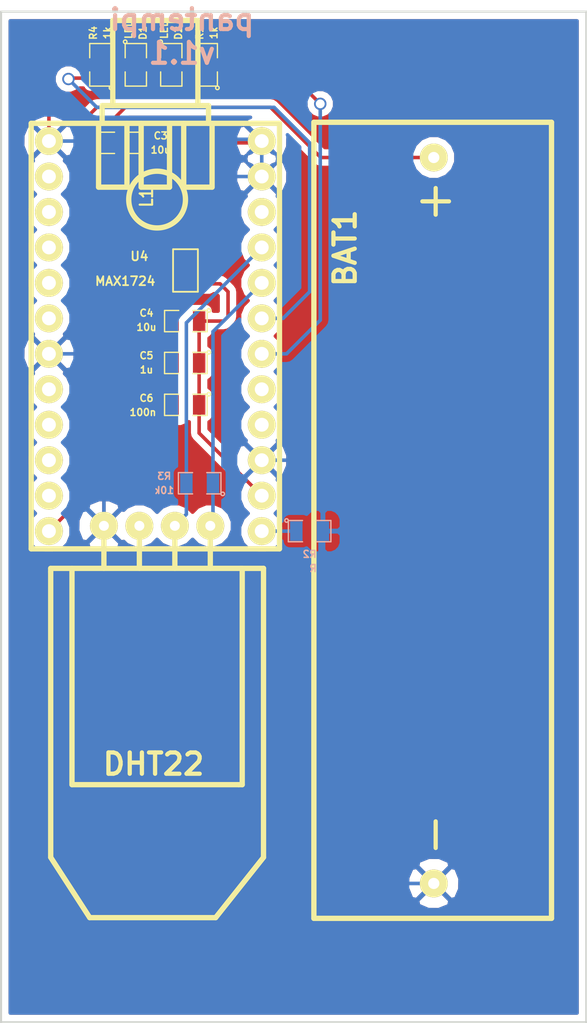
<source format=kicad_pcb>
(kicad_pcb (version 3) (host pcbnew "(2013-may-18)-stable")

  (general
    (links 33)
    (no_connects 0)
    (area 159.944999 68.504999 202.005001 141.045001)
    (thickness 1.6)
    (drawings 5)
    (tracks 103)
    (zones 0)
    (modules 15)
    (nets 12)
  )

  (page A3)
  (layers
    (15 F.Cu signal)
    (0 B.Cu signal)
    (16 B.Adhes user)
    (17 F.Adhes user)
    (18 B.Paste user)
    (19 F.Paste user)
    (20 B.SilkS user)
    (21 F.SilkS user)
    (22 B.Mask user)
    (23 F.Mask user)
    (24 Dwgs.User user hide)
    (25 Cmts.User user)
    (26 Eco1.User user)
    (27 Eco2.User user)
    (28 Edge.Cuts user)
  )

  (setup
    (last_trace_width 0.254)
    (user_trace_width 0.254)
    (user_trace_width 0.381)
    (user_trace_width 0.508)
    (user_trace_width 0.762)
    (trace_clearance 0.254)
    (zone_clearance 0.46)
    (zone_45_only no)
    (trace_min 0.254)
    (segment_width 0.2)
    (edge_width 0.15)
    (via_size 0.889)
    (via_drill 0.635)
    (via_min_size 0.889)
    (via_min_drill 0.508)
    (uvia_size 0.508)
    (uvia_drill 0.127)
    (uvias_allowed no)
    (uvia_min_size 0.508)
    (uvia_min_drill 0.127)
    (pcb_text_width 0.3)
    (pcb_text_size 1.5 1.5)
    (mod_edge_width 0.15)
    (mod_text_size 1.5 1.5)
    (mod_text_width 0.15)
    (pad_size 2 2)
    (pad_drill 0.9906)
    (pad_to_mask_clearance 0.2)
    (aux_axis_origin 119.761 61.214)
    (visible_elements FFFFFFBF)
    (pcbplotparams
      (layerselection 284983297)
      (usegerberextensions true)
      (excludeedgelayer false)
      (linewidth 0.100000)
      (plotframeref false)
      (viasonmask false)
      (mode 1)
      (useauxorigin false)
      (hpglpennumber 1)
      (hpglpenspeed 20)
      (hpglpendiameter 15)
      (hpglpenoverlay 2)
      (psnegative false)
      (psa4output false)
      (plotreference true)
      (plotvalue true)
      (plotothertext true)
      (plotinvisibletext false)
      (padsonsilk false)
      (subtractmaskfromsilk false)
      (outputformat 1)
      (mirror false)
      (drillshape 0)
      (scaleselection 1)
      (outputdirectory /tmp/pantempigerber/pantempi/))
  )

  (net 0 "")
  (net 1 +3.3V)
  (net 2 /A1)
  (net 3 /A2)
  (net 4 /BATTERY)
  (net 5 /LED1)
  (net 6 /LED2)
  (net 7 /RESET)
  (net 8 GND)
  (net 9 N-0000021)
  (net 10 N-0000023)
  (net 11 N-0000024)

  (net_class Default "This is the default net class."
    (clearance 0.254)
    (trace_width 0.254)
    (via_dia 0.889)
    (via_drill 0.635)
    (uvia_dia 0.508)
    (uvia_drill 0.127)
    (add_net "")
    (add_net +3.3V)
    (add_net /A1)
    (add_net /A2)
    (add_net /BATTERY)
    (add_net /LED1)
    (add_net /LED2)
    (add_net /RESET)
    (add_net GND)
    (add_net N-0000021)
    (add_net N-0000023)
    (add_net N-0000024)
  )

  (module SOT23-5 (layer F.Cu) (tedit 53D12693) (tstamp 525184FE)
    (at 173.228 87.122 270)
    (path /4E2540DD)
    (attr smd)
    (fp_text reference U4 (at -1.016 3.302 360) (layer F.SilkS)
      (effects (font (size 0.635 0.635) (thickness 0.127)))
    )
    (fp_text value MAX1724 (at 0.762 4.318 360) (layer F.SilkS)
      (effects (font (size 0.635 0.635) (thickness 0.127)))
    )
    (fp_line (start 1.524 -0.889) (end 1.524 0.889) (layer F.SilkS) (width 0.127))
    (fp_line (start 1.524 0.889) (end -1.524 0.889) (layer F.SilkS) (width 0.127))
    (fp_line (start -1.524 0.889) (end -1.524 -0.889) (layer F.SilkS) (width 0.127))
    (fp_line (start -1.524 -0.889) (end 1.524 -0.889) (layer F.SilkS) (width 0.127))
    (pad 1 smd rect (at -0.9525 1.27 270) (size 0.508 0.762)
      (layers F.Cu F.Paste F.Mask)
      (net 4 /BATTERY)
    )
    (pad 3 smd rect (at 0.9525 1.27 270) (size 0.508 0.762)
      (layers F.Cu F.Paste F.Mask)
      (net 4 /BATTERY)
    )
    (pad 5 smd rect (at -0.9525 -1.27 270) (size 0.508 0.762)
      (layers F.Cu F.Paste F.Mask)
      (net 11 N-0000024)
    )
    (pad 2 smd rect (at 0 1.27 270) (size 0.508 0.762)
      (layers F.Cu F.Paste F.Mask)
      (net 8 GND)
    )
    (pad 4 smd rect (at 0.9525 -1.27 270) (size 0.508 0.762)
      (layers F.Cu F.Paste F.Mask)
      (net 1 +3.3V)
    )
    (model smd/SOT23_5.wrl
      (at (xyz 0 0 0))
      (scale (xyz 0.1 0.1 0.1))
      (rotate (xyz 0 0 0))
    )
  )

  (module Pulse_P0770NL (layer F.Cu) (tedit 53D014BF) (tstamp 52518589)
    (at 171.196 82.042 90)
    (path /4E2541F3)
    (fp_text reference L1 (at 0.127 -0.762 90) (layer F.SilkS)
      (effects (font (size 0.889 0.762) (thickness 0.1524)))
    )
    (fp_text value 10u (at 0.127 0.635 90) (layer F.SilkS) hide
      (effects (font (size 0.762 0.762) (thickness 0.1524)))
    )
    (fp_circle (center 0 0) (end 2.032 0) (layer F.SilkS) (width 0.381))
    (pad 2 smd rect (at 0 3.429 90) (size 3.556 2.794)
      (layers F.Cu F.Paste F.Mask)
      (net 11 N-0000024)
    )
    (pad 1 smd rect (at 0 -3.429 90) (size 3.556 2.794)
      (layers F.Cu F.Paste F.Mask)
      (net 4 /BATTERY)
    )
  )

  (module PANSTAMP_02   locked (layer F.Cu) (tedit 52E81483) (tstamp 525185B9)
    (at 171.069 91.821)
    (path /4E20393C)
    (fp_text reference U1 (at 0 -13.208) (layer F.SilkS) hide
      (effects (font (size 0.889 0.762) (thickness 0.1524)))
    )
    (fp_text value PANSTAMP_02 (at 0 -11.684) (layer F.SilkS) hide
      (effects (font (size 0.889 0.762) (thickness 0.1524)))
    )
    (fp_line (start -2.032 -15.24) (end -2.032 -10.668) (layer F.SilkS) (width 0.381))
    (fp_line (start -2.032 -10.668) (end -4.064 -10.668) (layer F.SilkS) (width 0.381))
    (fp_line (start -4.064 -10.668) (end -4.064 -15.24) (layer F.SilkS) (width 0.381))
    (fp_line (start 3.556 -10.668) (end 4.064 -10.668) (layer F.SilkS) (width 0.381))
    (fp_line (start 4.064 -10.668) (end 4.064 -15.24) (layer F.SilkS) (width 0.381))
    (fp_line (start 2.032 -15.24) (end 2.032 -10.668) (layer F.SilkS) (width 0.381))
    (fp_line (start 2.032 -10.668) (end 3.556 -10.668) (layer F.SilkS) (width 0.381))
    (fp_line (start -1.016 -15.24) (end -1.016 -10.668) (layer F.SilkS) (width 0.381))
    (fp_line (start -1.016 -10.668) (end 1.016 -10.668) (layer F.SilkS) (width 0.381))
    (fp_line (start 1.016 -10.668) (end 1.016 -15.24) (layer F.SilkS) (width 0.381))
    (fp_line (start 3.048 -16.51) (end 3.048 -22.606) (layer F.SilkS) (width 0.381))
    (fp_line (start 3.048 -22.606) (end -3.048 -22.606) (layer F.SilkS) (width 0.381))
    (fp_line (start -3.048 -22.606) (end -3.048 -16.51) (layer F.SilkS) (width 0.381))
    (fp_line (start 3.81 -15.24) (end 3.81 -16.51) (layer F.SilkS) (width 0.381))
    (fp_line (start 3.81 -16.51) (end -3.81 -16.51) (layer F.SilkS) (width 0.381))
    (fp_line (start -3.81 -16.51) (end -3.81 -15.24) (layer F.SilkS) (width 0.381))
    (fp_line (start 8.89 -15.24) (end -8.89 -15.24) (layer F.SilkS) (width 0.381))
    (fp_line (start -8.89 -15.24) (end -8.89 15.24) (layer F.SilkS) (width 0.381))
    (fp_line (start -8.89 15.24) (end 8.89 15.24) (layer F.SilkS) (width 0.381))
    (fp_line (start 8.89 15.24) (end 8.89 -15.24) (layer F.SilkS) (width 0.381))
    (pad 1 thru_hole circle (at -7.62 -13.97) (size 2 2) (drill 0.9906)
      (layers *.Cu *.Mask F.SilkS)
      (net 8 GND)
    )
    (pad 2 thru_hole circle (at -7.62 -11.43) (size 2 2) (drill 0.9906)
      (layers *.Cu *.Mask F.SilkS)
    )
    (pad 3 thru_hole circle (at -7.62 -8.89) (size 2 2) (drill 0.9906)
      (layers *.Cu *.Mask F.SilkS)
    )
    (pad 4 thru_hole circle (at -7.62 -6.35) (size 2 2) (drill 0.9906)
      (layers *.Cu *.Mask F.SilkS)
    )
    (pad 5 thru_hole circle (at -7.62 -3.81) (size 2 2) (drill 0.9906)
      (layers *.Cu *.Mask F.SilkS)
    )
    (pad 6 thru_hole circle (at -7.62 -1.27) (size 2 2) (drill 0.9906)
      (layers *.Cu *.Mask F.SilkS)
    )
    (pad 7 thru_hole circle (at -7.62 1.27) (size 2 2) (drill 0.9906)
      (layers *.Cu *.Mask F.SilkS)
      (net 8 GND)
    )
    (pad 8 thru_hole circle (at -7.62 3.81) (size 2 2) (drill 0.9906)
      (layers *.Cu *.Mask F.SilkS)
    )
    (pad 9 thru_hole circle (at -7.62 6.35) (size 2 2) (drill 0.9906)
      (layers *.Cu *.Mask F.SilkS)
    )
    (pad 10 thru_hole circle (at -7.62 8.89) (size 2 2) (drill 0.9906)
      (layers *.Cu *.Mask F.SilkS)
    )
    (pad 11 thru_hole circle (at -7.62 11.43) (size 2 2) (drill 0.9906)
      (layers *.Cu *.Mask F.SilkS)
    )
    (pad 12 thru_hole circle (at -7.62 13.97) (size 2 2) (drill 0.9906)
      (layers *.Cu *.Mask F.SilkS)
      (net 4 /BATTERY)
    )
    (pad 13 thru_hole circle (at 7.62 13.97) (size 2 2) (drill 0.9906)
      (layers *.Cu *.Mask F.SilkS)
      (net 7 /RESET)
    )
    (pad 14 thru_hole circle (at 7.62 11.43) (size 2 2) (drill 0.9906)
      (layers *.Cu *.Mask F.SilkS)
      (net 1 +3.3V)
    )
    (pad 15 thru_hole circle (at 7.62 8.89) (size 2 2) (drill 0.9906)
      (layers *.Cu *.Mask F.SilkS)
      (net 8 GND)
    )
    (pad 16 thru_hole circle (at 7.62 6.35) (size 2 2) (drill 0.9906)
      (layers *.Cu *.Mask F.SilkS)
    )
    (pad 17 thru_hole circle (at 7.62 3.81) (size 2 2) (drill 0.9906)
      (layers *.Cu *.Mask F.SilkS)
    )
    (pad 18 thru_hole circle (at 7.62 1.27) (size 2 2) (drill 0.9906)
      (layers *.Cu *.Mask F.SilkS)
      (net 5 /LED1)
    )
    (pad 19 thru_hole circle (at 7.62 -1.27) (size 2 2) (drill 0.9906)
      (layers *.Cu *.Mask F.SilkS)
      (net 6 /LED2)
    )
    (pad 20 thru_hole circle (at 7.62 -3.81) (size 2 2) (drill 0.9906)
      (layers *.Cu *.Mask F.SilkS)
      (net 3 /A2)
    )
    (pad 21 thru_hole circle (at 7.62 -6.35) (size 2 2) (drill 0.9906)
      (layers *.Cu *.Mask F.SilkS)
      (net 2 /A1)
    )
    (pad 22 thru_hole circle (at 7.62 -8.89) (size 2 2) (drill 0.9906)
      (layers *.Cu *.Mask F.SilkS)
    )
    (pad 23 thru_hole circle (at 7.62 -11.43) (size 2 2) (drill 0.9906)
      (layers *.Cu *.Mask F.SilkS)
      (net 8 GND)
    )
    (pad 24 thru_hole circle (at 7.62 -13.97) (size 2 2) (drill 0.9906)
      (layers *.Cu *.Mask F.SilkS)
      (net 8 GND)
    )
  )

  (module DHT22   locked (layer F.Cu) (tedit 52E81448) (tstamp 525185D2)
    (at 171.196 115.824 180)
    (path /4D10882B)
    (fp_text reference U3 (at 0.508 -5.715 180) (layer F.SilkS) hide
      (effects (font (size 1.524 1.524) (thickness 0.3048)))
    )
    (fp_text value DHT22 (at 0.254 -6.6548 180) (layer F.SilkS)
      (effects (font (size 1.524 1.524) (thickness 0.3048)))
    )
    (fp_line (start -7.62 -13.335) (end -4.191 -17.653) (layer F.SilkS) (width 0.381))
    (fp_line (start -4.191 -17.653) (end 4.826 -17.653) (layer F.SilkS) (width 0.381))
    (fp_line (start 4.826 -17.653) (end 7.62 -13.335) (layer F.SilkS) (width 0.381))
    (fp_line (start 7.62 -13.335) (end 7.62 7.112) (layer F.SilkS) (width 0.381))
    (fp_line (start 7.62 7.112) (end 7.62 7.366) (layer F.SilkS) (width 0.381))
    (fp_line (start 7.62 7.366) (end 6.096 7.366) (layer F.SilkS) (width 0.381))
    (fp_line (start -5.969 7.366) (end -7.62 7.366) (layer F.SilkS) (width 0.381))
    (fp_line (start -7.62 7.366) (end -7.62 -13.335) (layer F.SilkS) (width 0.381))
    (fp_line (start 3.81 9.398) (end 3.81 7.366) (layer F.SilkS) (width 0.381))
    (fp_line (start 1.27 9.398) (end 1.27 7.366) (layer F.SilkS) (width 0.381))
    (fp_line (start -1.27 9.398) (end -1.27 7.366) (layer F.SilkS) (width 0.381))
    (fp_line (start -3.81 9.398) (end -3.81 7.366) (layer F.SilkS) (width 0.381))
    (fp_line (start -6.096 7.366) (end -6.096 -8.128) (layer F.SilkS) (width 0.381))
    (fp_line (start -6.096 -8.128) (end -5.842 -8.128) (layer F.SilkS) (width 0.381))
    (fp_line (start 6.096 7.366) (end 6.096 -8.128) (layer F.SilkS) (width 0.381))
    (fp_line (start 6.096 -8.128) (end -5.842 -8.128) (layer F.SilkS) (width 0.381))
    (fp_line (start 6.096 7.366) (end -6.096 7.366) (layer F.SilkS) (width 0.381))
    (pad 1 thru_hole circle (at -3.81 10.414 270) (size 2 2) (drill 0.7112)
      (layers *.Cu *.Mask F.SilkS)
      (net 3 /A2)
    )
    (pad 2 thru_hole circle (at -1.27 10.414 270) (size 2 2) (drill 0.7112)
      (layers *.Cu *.Mask F.SilkS)
      (net 2 /A1)
    )
    (pad 3 thru_hole circle (at 1.27 10.414 270) (size 2 2) (drill 0.7112)
      (layers *.Cu *.Mask F.SilkS)
    )
    (pad 4 thru_hole circle (at 3.81 10.414 270) (size 2 2) (drill 0.7112)
      (layers *.Cu *.Mask F.SilkS)
      (net 8 GND)
    )
  )

  (module 12BH311P   locked (layer F.Cu) (tedit 52E8141F) (tstamp 5251850A)
    (at 191.008 105.029 90)
    (path /4E292A6A)
    (fp_text reference BAT1 (at 19.5072 -6.35 90) (layer F.SilkS)
      (effects (font (size 1.524 1.524) (thickness 0.3048)))
    )
    (fp_text value CONN_2 (at 16.6624 -3.6576 90) (layer F.SilkS) hide
      (effects (font (size 1.524 1.524) (thickness 0.3048)))
    )
    (fp_text user - (at -22.5044 -0.0508 90) (layer F.SilkS)
      (effects (font (size 2.49936 2.49936) (thickness 0.3048)))
    )
    (fp_text user + (at 22.86 -0.0508 90) (layer F.SilkS)
      (effects (font (size 2.49936 2.49936) (thickness 0.3048)))
    )
    (fp_line (start -28.4988 8.4328) (end -28.4988 -8.4582) (layer F.SilkS) (width 0.381))
    (fp_line (start -28.4988 -8.4582) (end -28.4988 -8.5852) (layer F.SilkS) (width 0.381))
    (fp_line (start -28.4988 -8.5852) (end 28.5242 -8.5852) (layer F.SilkS) (width 0.381))
    (fp_line (start 28.5242 -8.5852) (end 28.5242 8.4328) (layer F.SilkS) (width 0.381))
    (fp_line (start 28.5242 8.4328) (end -28.4988 8.4328) (layer F.SilkS) (width 0.381))
    (pad 1 thru_hole circle (at 25.99944 0 90) (size 2 2) (drill 0.8001)
      (layers *.Cu *.Mask F.SilkS)
      (net 4 /BATTERY)
    )
    (pad 2 thru_hole circle (at -25.99944 0 90) (size 2 2) (drill 0.8001)
      (layers *.Cu *.Mask F.SilkS)
      (net 8 GND)
    )
  )

  (module SM0805 (layer F.Cu) (tedit 53D125BF) (tstamp 52518516)
    (at 173.254 90.746 180)
    (path /4E25EB2E)
    (attr smd)
    (fp_text reference C4 (at 2.82 0.576 180) (layer F.SilkS)
      (effects (font (size 0.50038 0.50038) (thickness 0.10922)))
    )
    (fp_text value 10u (at 2.82 -0.44 180) (layer F.SilkS)
      (effects (font (size 0.50038 0.50038) (thickness 0.10922)))
    )
    (fp_circle (center -1.651 0.762) (end -1.651 0.635) (layer F.SilkS) (width 0.09906))
    (fp_line (start -0.508 0.762) (end -1.524 0.762) (layer F.SilkS) (width 0.09906))
    (fp_line (start -1.524 0.762) (end -1.524 -0.762) (layer F.SilkS) (width 0.09906))
    (fp_line (start -1.524 -0.762) (end -0.508 -0.762) (layer F.SilkS) (width 0.09906))
    (fp_line (start 0.508 -0.762) (end 1.524 -0.762) (layer F.SilkS) (width 0.09906))
    (fp_line (start 1.524 -0.762) (end 1.524 0.762) (layer F.SilkS) (width 0.09906))
    (fp_line (start 1.524 0.762) (end 0.508 0.762) (layer F.SilkS) (width 0.09906))
    (pad 1 smd rect (at -0.9525 0 180) (size 0.889 1.397)
      (layers F.Cu F.Paste F.Mask)
      (net 1 +3.3V)
    )
    (pad 2 smd rect (at 0.9525 0 180) (size 0.889 1.397)
      (layers F.Cu F.Paste F.Mask)
      (net 8 GND)
    )
    (model smd/chip_cms.wrl
      (at (xyz 0 0 0))
      (scale (xyz 0.1 0.1 0.1))
      (rotate (xyz 0 0 0))
    )
  )

  (module SM0805 (layer F.Cu) (tedit 53D12639) (tstamp 52518522)
    (at 168.656 77.978)
    (path /4E25E3CF)
    (attr smd)
    (fp_text reference C3 (at 2.794 -0.508) (layer F.SilkS)
      (effects (font (size 0.50038 0.50038) (thickness 0.10922)))
    )
    (fp_text value 10u (at 2.794 0.508) (layer F.SilkS)
      (effects (font (size 0.50038 0.50038) (thickness 0.10922)))
    )
    (fp_circle (center -1.651 0.762) (end -1.651 0.635) (layer F.SilkS) (width 0.09906))
    (fp_line (start -0.508 0.762) (end -1.524 0.762) (layer F.SilkS) (width 0.09906))
    (fp_line (start -1.524 0.762) (end -1.524 -0.762) (layer F.SilkS) (width 0.09906))
    (fp_line (start -1.524 -0.762) (end -0.508 -0.762) (layer F.SilkS) (width 0.09906))
    (fp_line (start 0.508 -0.762) (end 1.524 -0.762) (layer F.SilkS) (width 0.09906))
    (fp_line (start 1.524 -0.762) (end 1.524 0.762) (layer F.SilkS) (width 0.09906))
    (fp_line (start 1.524 0.762) (end 0.508 0.762) (layer F.SilkS) (width 0.09906))
    (pad 1 smd rect (at -0.9525 0) (size 0.889 1.397)
      (layers F.Cu F.Paste F.Mask)
      (net 4 /BATTERY)
    )
    (pad 2 smd rect (at 0.9525 0) (size 0.889 1.397)
      (layers F.Cu F.Paste F.Mask)
      (net 8 GND)
    )
    (model smd/chip_cms.wrl
      (at (xyz 0 0 0))
      (scale (xyz 0.1 0.1 0.1))
      (rotate (xyz 0 0 0))
    )
  )

  (module SM0805 (layer F.Cu) (tedit 53D125D4) (tstamp 5251852E)
    (at 173.254 96.746 180)
    (path /4FA10CA8)
    (attr smd)
    (fp_text reference C6 (at 2.82 0.48 180) (layer F.SilkS)
      (effects (font (size 0.50038 0.50038) (thickness 0.10922)))
    )
    (fp_text value 100n (at 3.074 -0.536 180) (layer F.SilkS)
      (effects (font (size 0.50038 0.50038) (thickness 0.10922)))
    )
    (fp_circle (center -1.651 0.762) (end -1.651 0.635) (layer F.SilkS) (width 0.09906))
    (fp_line (start -0.508 0.762) (end -1.524 0.762) (layer F.SilkS) (width 0.09906))
    (fp_line (start -1.524 0.762) (end -1.524 -0.762) (layer F.SilkS) (width 0.09906))
    (fp_line (start -1.524 -0.762) (end -0.508 -0.762) (layer F.SilkS) (width 0.09906))
    (fp_line (start 0.508 -0.762) (end 1.524 -0.762) (layer F.SilkS) (width 0.09906))
    (fp_line (start 1.524 -0.762) (end 1.524 0.762) (layer F.SilkS) (width 0.09906))
    (fp_line (start 1.524 0.762) (end 0.508 0.762) (layer F.SilkS) (width 0.09906))
    (pad 1 smd rect (at -0.9525 0 180) (size 0.889 1.397)
      (layers F.Cu F.Paste F.Mask)
      (net 1 +3.3V)
    )
    (pad 2 smd rect (at 0.9525 0 180) (size 0.889 1.397)
      (layers F.Cu F.Paste F.Mask)
      (net 8 GND)
    )
    (model smd/chip_cms.wrl
      (at (xyz 0 0 0))
      (scale (xyz 0.1 0.1 0.1))
      (rotate (xyz 0 0 0))
    )
  )

  (module SM0805 (layer F.Cu) (tedit 53D125C8) (tstamp 5251853A)
    (at 173.254 93.746 180)
    (path /4FA10C95)
    (attr smd)
    (fp_text reference C5 (at 2.82 0.528 180) (layer F.SilkS)
      (effects (font (size 0.50038 0.50038) (thickness 0.10922)))
    )
    (fp_text value 1u (at 2.82 -0.488 180) (layer F.SilkS)
      (effects (font (size 0.50038 0.50038) (thickness 0.10922)))
    )
    (fp_circle (center -1.651 0.762) (end -1.651 0.635) (layer F.SilkS) (width 0.09906))
    (fp_line (start -0.508 0.762) (end -1.524 0.762) (layer F.SilkS) (width 0.09906))
    (fp_line (start -1.524 0.762) (end -1.524 -0.762) (layer F.SilkS) (width 0.09906))
    (fp_line (start -1.524 -0.762) (end -0.508 -0.762) (layer F.SilkS) (width 0.09906))
    (fp_line (start 0.508 -0.762) (end 1.524 -0.762) (layer F.SilkS) (width 0.09906))
    (fp_line (start 1.524 -0.762) (end 1.524 0.762) (layer F.SilkS) (width 0.09906))
    (fp_line (start 1.524 0.762) (end 0.508 0.762) (layer F.SilkS) (width 0.09906))
    (pad 1 smd rect (at -0.9525 0 180) (size 0.889 1.397)
      (layers F.Cu F.Paste F.Mask)
      (net 1 +3.3V)
    )
    (pad 2 smd rect (at 0.9525 0 180) (size 0.889 1.397)
      (layers F.Cu F.Paste F.Mask)
      (net 8 GND)
    )
    (model smd/chip_cms.wrl
      (at (xyz 0 0 0))
      (scale (xyz 0.1 0.1 0.1))
      (rotate (xyz 0 0 0))
    )
  )

  (module SM0805 (layer B.Cu) (tedit 53D1267A) (tstamp 52518546)
    (at 174.244 102.362 180)
    (path /4D108882)
    (attr smd)
    (fp_text reference R3 (at 2.54 0.508 180) (layer B.SilkS)
      (effects (font (size 0.50038 0.50038) (thickness 0.10922)) (justify mirror))
    )
    (fp_text value 10k (at 2.54 -0.508 180) (layer B.SilkS)
      (effects (font (size 0.50038 0.50038) (thickness 0.10922)) (justify mirror))
    )
    (fp_circle (center -1.651 -0.762) (end -1.651 -0.635) (layer B.SilkS) (width 0.09906))
    (fp_line (start -0.508 -0.762) (end -1.524 -0.762) (layer B.SilkS) (width 0.09906))
    (fp_line (start -1.524 -0.762) (end -1.524 0.762) (layer B.SilkS) (width 0.09906))
    (fp_line (start -1.524 0.762) (end -0.508 0.762) (layer B.SilkS) (width 0.09906))
    (fp_line (start 0.508 0.762) (end 1.524 0.762) (layer B.SilkS) (width 0.09906))
    (fp_line (start 1.524 0.762) (end 1.524 -0.762) (layer B.SilkS) (width 0.09906))
    (fp_line (start 1.524 -0.762) (end 0.508 -0.762) (layer B.SilkS) (width 0.09906))
    (pad 1 smd rect (at -0.9525 0 180) (size 0.889 1.397)
      (layers B.Cu B.Paste B.Mask)
      (net 3 /A2)
    )
    (pad 2 smd rect (at 0.9525 0 180) (size 0.889 1.397)
      (layers B.Cu B.Paste B.Mask)
      (net 2 /A1)
    )
    (model smd/chip_cms.wrl
      (at (xyz 0 0 0))
      (scale (xyz 0.1 0.1 0.1))
      (rotate (xyz 0 0 0))
    )
  )

  (module SM0805 (layer F.Cu) (tedit 53D12621) (tstamp 52518552)
    (at 169.672 72.39 270)
    (path /4CC93692)
    (attr smd)
    (fp_text reference D1 (at -2.286 -0.508 270) (layer F.SilkS)
      (effects (font (size 0.50038 0.50038) (thickness 0.10922)))
    )
    (fp_text value LED (at -2.54 0.508 270) (layer F.SilkS)
      (effects (font (size 0.50038 0.50038) (thickness 0.10922)))
    )
    (fp_circle (center -1.651 0.762) (end -1.651 0.635) (layer F.SilkS) (width 0.09906))
    (fp_line (start -0.508 0.762) (end -1.524 0.762) (layer F.SilkS) (width 0.09906))
    (fp_line (start -1.524 0.762) (end -1.524 -0.762) (layer F.SilkS) (width 0.09906))
    (fp_line (start -1.524 -0.762) (end -0.508 -0.762) (layer F.SilkS) (width 0.09906))
    (fp_line (start 0.508 -0.762) (end 1.524 -0.762) (layer F.SilkS) (width 0.09906))
    (fp_line (start 1.524 -0.762) (end 1.524 0.762) (layer F.SilkS) (width 0.09906))
    (fp_line (start 1.524 0.762) (end 0.508 0.762) (layer F.SilkS) (width 0.09906))
    (pad 1 smd rect (at -0.9525 0 270) (size 0.889 1.397)
      (layers F.Cu F.Paste F.Mask)
      (net 10 N-0000023)
    )
    (pad 2 smd rect (at 0.9525 0 270) (size 0.889 1.397)
      (layers F.Cu F.Paste F.Mask)
      (net 8 GND)
    )
    (model smd/chip_cms.wrl
      (at (xyz 0 0 0))
      (scale (xyz 0.1 0.1 0.1))
      (rotate (xyz 0 0 0))
    )
  )

  (module SM0805 (layer F.Cu) (tedit 53D12618) (tstamp 5251855E)
    (at 167.132 72.39 90)
    (path /4CC9365B)
    (attr smd)
    (fp_text reference R4 (at 2.286 -0.508 90) (layer F.SilkS)
      (effects (font (size 0.50038 0.50038) (thickness 0.10922)))
    )
    (fp_text value 1k (at 2.286 0.508 90) (layer F.SilkS)
      (effects (font (size 0.50038 0.50038) (thickness 0.10922)))
    )
    (fp_circle (center -1.651 0.762) (end -1.651 0.635) (layer F.SilkS) (width 0.09906))
    (fp_line (start -0.508 0.762) (end -1.524 0.762) (layer F.SilkS) (width 0.09906))
    (fp_line (start -1.524 0.762) (end -1.524 -0.762) (layer F.SilkS) (width 0.09906))
    (fp_line (start -1.524 -0.762) (end -0.508 -0.762) (layer F.SilkS) (width 0.09906))
    (fp_line (start 0.508 -0.762) (end 1.524 -0.762) (layer F.SilkS) (width 0.09906))
    (fp_line (start 1.524 -0.762) (end 1.524 0.762) (layer F.SilkS) (width 0.09906))
    (fp_line (start 1.524 0.762) (end 0.508 0.762) (layer F.SilkS) (width 0.09906))
    (pad 1 smd rect (at -0.9525 0 90) (size 0.889 1.397)
      (layers F.Cu F.Paste F.Mask)
      (net 6 /LED2)
    )
    (pad 2 smd rect (at 0.9525 0 90) (size 0.889 1.397)
      (layers F.Cu F.Paste F.Mask)
      (net 10 N-0000023)
    )
    (model smd/chip_cms.wrl
      (at (xyz 0 0 0))
      (scale (xyz 0.1 0.1 0.1))
      (rotate (xyz 0 0 0))
    )
  )

  (module SM0805 (layer F.Cu) (tedit 53D12629) (tstamp 5251856A)
    (at 172.212 72.39 270)
    (path /524DDB9B)
    (attr smd)
    (fp_text reference D2 (at -2.286 -0.508 270) (layer F.SilkS)
      (effects (font (size 0.50038 0.50038) (thickness 0.10922)))
    )
    (fp_text value LED (at -2.54 0.508 270) (layer F.SilkS)
      (effects (font (size 0.50038 0.50038) (thickness 0.10922)))
    )
    (fp_circle (center -1.651 0.762) (end -1.651 0.635) (layer F.SilkS) (width 0.09906))
    (fp_line (start -0.508 0.762) (end -1.524 0.762) (layer F.SilkS) (width 0.09906))
    (fp_line (start -1.524 0.762) (end -1.524 -0.762) (layer F.SilkS) (width 0.09906))
    (fp_line (start -1.524 -0.762) (end -0.508 -0.762) (layer F.SilkS) (width 0.09906))
    (fp_line (start 0.508 -0.762) (end 1.524 -0.762) (layer F.SilkS) (width 0.09906))
    (fp_line (start 1.524 -0.762) (end 1.524 0.762) (layer F.SilkS) (width 0.09906))
    (fp_line (start 1.524 0.762) (end 0.508 0.762) (layer F.SilkS) (width 0.09906))
    (pad 1 smd rect (at -0.9525 0 270) (size 0.889 1.397)
      (layers F.Cu F.Paste F.Mask)
      (net 9 N-0000021)
    )
    (pad 2 smd rect (at 0.9525 0 270) (size 0.889 1.397)
      (layers F.Cu F.Paste F.Mask)
      (net 8 GND)
    )
    (model smd/chip_cms.wrl
      (at (xyz 0 0 0))
      (scale (xyz 0.1 0.1 0.1))
      (rotate (xyz 0 0 0))
    )
  )

  (module SM0805 (layer F.Cu) (tedit 53D12630) (tstamp 52518576)
    (at 174.752 72.39 90)
    (path /524DDBA1)
    (attr smd)
    (fp_text reference R1 (at 2.286 -0.508 90) (layer F.SilkS)
      (effects (font (size 0.50038 0.50038) (thickness 0.10922)))
    )
    (fp_text value 1k (at 2.286 0.508 90) (layer F.SilkS)
      (effects (font (size 0.50038 0.50038) (thickness 0.10922)))
    )
    (fp_circle (center -1.651 0.762) (end -1.651 0.635) (layer F.SilkS) (width 0.09906))
    (fp_line (start -0.508 0.762) (end -1.524 0.762) (layer F.SilkS) (width 0.09906))
    (fp_line (start -1.524 0.762) (end -1.524 -0.762) (layer F.SilkS) (width 0.09906))
    (fp_line (start -1.524 -0.762) (end -0.508 -0.762) (layer F.SilkS) (width 0.09906))
    (fp_line (start 0.508 -0.762) (end 1.524 -0.762) (layer F.SilkS) (width 0.09906))
    (fp_line (start 1.524 -0.762) (end 1.524 0.762) (layer F.SilkS) (width 0.09906))
    (fp_line (start 1.524 0.762) (end 0.508 0.762) (layer F.SilkS) (width 0.09906))
    (pad 1 smd rect (at -0.9525 0 90) (size 0.889 1.397)
      (layers F.Cu F.Paste F.Mask)
      (net 5 /LED1)
    )
    (pad 2 smd rect (at 0.9525 0 90) (size 0.889 1.397)
      (layers F.Cu F.Paste F.Mask)
      (net 9 N-0000021)
    )
    (model smd/chip_cms.wrl
      (at (xyz 0 0 0))
      (scale (xyz 0.1 0.1 0.1))
      (rotate (xyz 0 0 0))
    )
  )

  (module SM0805 (layer B.Cu) (tedit 53D12662) (tstamp 52518582)
    (at 182.118 105.791)
    (path /524DE1E6)
    (attr smd)
    (fp_text reference R2 (at 0 1.651) (layer B.SilkS)
      (effects (font (size 0.50038 0.50038) (thickness 0.10922)) (justify mirror))
    )
    (fp_text value R (at 0.254 2.667) (layer B.SilkS)
      (effects (font (size 0.50038 0.50038) (thickness 0.10922)) (justify mirror))
    )
    (fp_circle (center -1.651 -0.762) (end -1.651 -0.635) (layer B.SilkS) (width 0.09906))
    (fp_line (start -0.508 -0.762) (end -1.524 -0.762) (layer B.SilkS) (width 0.09906))
    (fp_line (start -1.524 -0.762) (end -1.524 0.762) (layer B.SilkS) (width 0.09906))
    (fp_line (start -1.524 0.762) (end -0.508 0.762) (layer B.SilkS) (width 0.09906))
    (fp_line (start 0.508 0.762) (end 1.524 0.762) (layer B.SilkS) (width 0.09906))
    (fp_line (start 1.524 0.762) (end 1.524 -0.762) (layer B.SilkS) (width 0.09906))
    (fp_line (start 1.524 -0.762) (end 0.508 -0.762) (layer B.SilkS) (width 0.09906))
    (pad 1 smd rect (at -0.9525 0) (size 0.889 1.397)
      (layers B.Cu B.Paste B.Mask)
      (net 7 /RESET)
    )
    (pad 2 smd rect (at 0.9525 0) (size 0.889 1.397)
      (layers B.Cu B.Paste B.Mask)
      (net 8 GND)
    )
    (model smd/chip_cms.wrl
      (at (xyz 0 0 0))
      (scale (xyz 0.1 0.1 0.1))
      (rotate (xyz 0 0 0))
    )
  )

  (gr_text "pantempi\nv1.1" (at 172.974 70.358) (layer B.SilkS)
    (effects (font (size 1.5 1.5) (thickness 0.3)) (justify mirror))
  )
  (gr_line (start 160.02 140.97) (end 160.02 68.58) (angle 90) (layer Edge.Cuts) (width 0.15))
  (gr_line (start 201.93 140.97) (end 160.02 140.97) (angle 90) (layer Edge.Cuts) (width 0.15))
  (gr_line (start 201.93 68.58) (end 201.93 140.97) (angle 90) (layer Edge.Cuts) (width 0.15))
  (gr_line (start 160.02 68.58) (end 201.93 68.58) (angle 90) (layer Edge.Cuts) (width 0.15))

  (segment (start 174.2065 96.746) (end 174.2065 98.7685) (width 0.254) (layer F.Cu) (net 1))
  (segment (start 174.2065 98.7685) (end 178.689 103.251) (width 0.254) (layer F.Cu) (net 1) (tstamp 53D01642))
  (segment (start 174.2065 93.746) (end 174.2065 96.746) (width 0.254) (layer F.Cu) (net 1))
  (segment (start 174.2065 90.746) (end 174.2065 93.746) (width 0.254) (layer F.Cu) (net 1))
  (segment (start 174.498 88.0745) (end 175.7045 88.0745) (width 0.254) (layer F.Cu) (net 1))
  (segment (start 175.954 90.746) (end 174.2065 90.746) (width 0.254) (layer F.Cu) (net 1) (tstamp 53D01615))
  (segment (start 176.276 90.424) (end 175.954 90.746) (width 0.254) (layer F.Cu) (net 1) (tstamp 53D01614))
  (segment (start 176.276 88.646) (end 176.276 90.424) (width 0.254) (layer F.Cu) (net 1) (tstamp 53D01613))
  (segment (start 175.7045 88.0745) (end 176.276 88.646) (width 0.254) (layer F.Cu) (net 1) (tstamp 53D01612))
  (segment (start 173.2915 102.362) (end 173.2915 104.5845) (width 0.254) (layer B.Cu) (net 2))
  (segment (start 173.2915 104.5845) (end 172.466 105.41) (width 0.254) (layer B.Cu) (net 2) (tstamp 53D01A17))
  (segment (start 173.2915 102.362) (end 173.2915 90.8685) (width 0.254) (layer B.Cu) (net 2))
  (segment (start 173.2915 90.8685) (end 178.689 85.471) (width 0.254) (layer B.Cu) (net 2) (tstamp 53D01A10))
  (segment (start 175.1965 102.362) (end 175.1965 105.2195) (width 0.254) (layer B.Cu) (net 3))
  (segment (start 175.1965 105.2195) (end 175.006 105.41) (width 0.254) (layer B.Cu) (net 3) (tstamp 53D01A14))
  (segment (start 175.1965 102.362) (end 175.1965 91.5035) (width 0.254) (layer B.Cu) (net 3))
  (segment (start 175.1965 91.5035) (end 178.689 88.011) (width 0.254) (layer B.Cu) (net 3) (tstamp 53D01A08))
  (segment (start 186.182 79.02956) (end 182.91556 79.02956) (width 0.254) (layer F.Cu) (net 4))
  (segment (start 171.958 75.438) (end 169.672 75.438) (width 0.254) (layer F.Cu) (net 4) (tstamp 53D01722))
  (segment (start 179.324 75.438) (end 171.958 75.438) (width 0.254) (layer F.Cu) (net 4) (tstamp 53D121C0))
  (segment (start 182.91556 79.02956) (end 179.324 75.438) (width 0.254) (layer F.Cu) (net 4) (tstamp 53D121BE))
  (segment (start 169.672 75.438) (end 166.878 75.438) (width 0.254) (layer F.Cu) (net 4))
  (segment (start 166.878 75.438) (end 165.608 76.708) (width 0.254) (layer F.Cu) (net 4) (tstamp 53D120BC))
  (segment (start 165.608 76.708) (end 165.608 103.632) (width 0.254) (layer F.Cu) (net 4) (tstamp 53D120BD))
  (segment (start 165.608 103.632) (end 163.449 105.791) (width 0.254) (layer F.Cu) (net 4) (tstamp 53D120C1))
  (segment (start 171.958 88.0745) (end 173.0375 88.0745) (width 0.254) (layer F.Cu) (net 4))
  (segment (start 173.0375 86.1695) (end 171.958 86.1695) (width 0.254) (layer F.Cu) (net 4) (tstamp 53D01668))
  (segment (start 173.228 86.36) (end 173.0375 86.1695) (width 0.254) (layer F.Cu) (net 4) (tstamp 53D01666))
  (segment (start 173.228 87.884) (end 173.228 86.36) (width 0.254) (layer F.Cu) (net 4) (tstamp 53D01664))
  (segment (start 173.0375 88.0745) (end 173.228 87.884) (width 0.254) (layer F.Cu) (net 4) (tstamp 53D01663))
  (segment (start 191.008 79.02956) (end 186.182 79.02956) (width 0.254) (layer F.Cu) (net 4))
  (segment (start 186.182 79.02956) (end 185.96356 79.02956) (width 0.254) (layer F.Cu) (net 4) (tstamp 53D121BC))
  (segment (start 167.7035 76.6445) (end 167.7035 77.978) (width 0.254) (layer F.Cu) (net 4) (tstamp 53D01633))
  (segment (start 169.672 75.438) (end 168.91 75.438) (width 0.254) (layer F.Cu) (net 4) (tstamp 53D120BA))
  (segment (start 168.91 75.438) (end 167.7035 76.6445) (width 0.254) (layer F.Cu) (net 4) (tstamp 53D01631))
  (segment (start 167.7035 77.978) (end 167.7035 81.9785) (width 0.254) (layer F.Cu) (net 4))
  (segment (start 167.7035 81.9785) (end 167.767 82.042) (width 0.254) (layer F.Cu) (net 4) (tstamp 53D01629))
  (segment (start 171.958 86.1695) (end 167.9575 86.1695) (width 0.254) (layer F.Cu) (net 4))
  (segment (start 167.64 82.169) (end 167.767 82.042) (width 0.254) (layer F.Cu) (net 4) (tstamp 53D01609))
  (segment (start 167.64 85.852) (end 167.64 82.169) (width 0.254) (layer F.Cu) (net 4) (tstamp 53D01608))
  (segment (start 167.9575 86.1695) (end 167.64 85.852) (width 0.254) (layer F.Cu) (net 4) (tstamp 53D01607))
  (segment (start 174.752 73.3425) (end 181.0385 73.3425) (width 0.254) (layer F.Cu) (net 5) (status 400000))
  (segment (start 180.467 93.091) (end 178.689 93.091) (width 0.254) (layer B.Cu) (net 5) (tstamp 53D1223F) (status 800000))
  (segment (start 182.88 90.678) (end 180.467 93.091) (width 0.254) (layer B.Cu) (net 5) (tstamp 53D1223E))
  (segment (start 182.88 75.184) (end 182.88 90.678) (width 0.254) (layer B.Cu) (net 5) (tstamp 53D1223D))
  (via (at 182.88 75.184) (size 0.889) (layers F.Cu B.Cu) (net 5))
  (segment (start 181.0385 73.3425) (end 182.88 75.184) (width 0.254) (layer F.Cu) (net 5) (tstamp 53D1223A))
  (segment (start 167.132 73.3425) (end 164.9095 73.3425) (width 0.254) (layer F.Cu) (net 6) (status 400000))
  (segment (start 180.213 90.551) (end 178.689 90.551) (width 0.254) (layer B.Cu) (net 6) (tstamp 53D1224E) (status 800000))
  (segment (start 182.118 88.646) (end 180.213 90.551) (width 0.254) (layer B.Cu) (net 6) (tstamp 53D1224C))
  (segment (start 182.118 77.978) (end 182.118 88.646) (width 0.254) (layer B.Cu) (net 6) (tstamp 53D1224A))
  (segment (start 179.578 75.438) (end 182.118 77.978) (width 0.254) (layer B.Cu) (net 6) (tstamp 53D12248))
  (segment (start 166.878 75.438) (end 179.578 75.438) (width 0.254) (layer B.Cu) (net 6) (tstamp 53D12246))
  (segment (start 164.846 73.406) (end 166.878 75.438) (width 0.254) (layer B.Cu) (net 6) (tstamp 53D12245))
  (via (at 164.846 73.406) (size 0.889) (layers F.Cu B.Cu) (net 6))
  (segment (start 164.9095 73.3425) (end 164.846 73.406) (width 0.254) (layer F.Cu) (net 6) (tstamp 53D12243))
  (segment (start 181.3687 105.791) (end 178.689 105.791) (width 0.254) (layer B.Cu) (net 7))
  (segment (start 169.672 73.3425) (end 169.672 74.168) (width 0.254) (layer F.Cu) (net 8))
  (segment (start 163.449 75.819) (end 163.449 77.851) (width 0.254) (layer F.Cu) (net 8) (tstamp 53D121CE))
  (segment (start 164.592 74.676) (end 163.449 75.819) (width 0.254) (layer F.Cu) (net 8) (tstamp 53D121CA))
  (segment (start 169.164 74.676) (end 164.592 74.676) (width 0.254) (layer F.Cu) (net 8) (tstamp 53D121C8))
  (segment (start 169.672 74.168) (end 169.164 74.676) (width 0.254) (layer F.Cu) (net 8) (tstamp 53D121C6))
  (segment (start 172.212 73.3425) (end 169.672 73.3425) (width 0.254) (layer F.Cu) (net 8))
  (segment (start 167.386 78.994) (end 168.656 77.724) (width 0.254) (layer B.Cu) (net 8))
  (segment (start 178.562 77.724) (end 178.689 77.851) (width 0.254) (layer B.Cu) (net 8) (tstamp 53D1206E))
  (segment (start 168.656 77.724) (end 178.562 77.724) (width 0.254) (layer B.Cu) (net 8) (tstamp 53D1206D))
  (segment (start 167.386 82.55) (end 167.386 81.534) (width 0.254) (layer B.Cu) (net 8))
  (segment (start 168.529 80.391) (end 178.689 80.391) (width 0.254) (layer B.Cu) (net 8) (tstamp 53D12069))
  (segment (start 167.386 81.534) (end 168.529 80.391) (width 0.254) (layer B.Cu) (net 8) (tstamp 53D12067))
  (segment (start 167.386 93.98) (end 167.386 82.55) (width 0.254) (layer B.Cu) (net 8))
  (segment (start 167.386 82.55) (end 167.386 78.994) (width 0.254) (layer B.Cu) (net 8) (tstamp 53D12065))
  (segment (start 166.243 77.851) (end 163.449 77.851) (width 0.254) (layer B.Cu) (net 8) (tstamp 53D12061))
  (segment (start 167.386 78.994) (end 166.243 77.851) (width 0.254) (layer B.Cu) (net 8) (tstamp 53D12059))
  (segment (start 167.386 105.41) (end 167.386 93.98) (width 0.254) (layer B.Cu) (net 8))
  (segment (start 166.497 93.091) (end 163.449 93.091) (width 0.254) (layer B.Cu) (net 8) (tstamp 53D12056))
  (segment (start 167.386 93.98) (end 166.497 93.091) (width 0.254) (layer B.Cu) (net 8) (tstamp 53D1204D))
  (segment (start 183.0705 105.791) (end 183.0705 102.2985) (width 0.254) (layer B.Cu) (net 8))
  (segment (start 181.483 100.711) (end 178.689 100.711) (width 0.254) (layer B.Cu) (net 8) (tstamp 53D01A29))
  (segment (start 183.0705 102.2985) (end 181.483 100.711) (width 0.254) (layer B.Cu) (net 8) (tstamp 53D01A27))
  (segment (start 167.386 105.41) (end 167.386 103.378) (width 0.254) (layer F.Cu) (net 8))
  (segment (start 172.3015 98.4625) (end 172.3015 96.746) (width 0.254) (layer F.Cu) (net 8) (tstamp 53D019A6))
  (segment (start 167.386 103.378) (end 172.3015 98.4625) (width 0.254) (layer F.Cu) (net 8) (tstamp 53D0199E))
  (segment (start 171.958 87.122) (end 170.434 87.122) (width 0.254) (layer F.Cu) (net 8))
  (segment (start 169.994 90.746) (end 172.3015 90.746) (width 0.254) (layer F.Cu) (net 8) (tstamp 53D01660))
  (segment (start 169.418 90.17) (end 169.994 90.746) (width 0.254) (layer F.Cu) (net 8) (tstamp 53D0165F))
  (segment (start 169.418 88.138) (end 169.418 90.17) (width 0.254) (layer F.Cu) (net 8) (tstamp 53D0165D))
  (segment (start 170.434 87.122) (end 169.418 88.138) (width 0.254) (layer F.Cu) (net 8) (tstamp 53D0165C))
  (segment (start 172.3015 93.746) (end 172.3015 90.746) (width 0.254) (layer F.Cu) (net 8))
  (segment (start 172.3015 96.746) (end 172.3015 93.746) (width 0.254) (layer F.Cu) (net 8))
  (segment (start 169.6085 77.978) (end 178.562 77.978) (width 0.254) (layer F.Cu) (net 8))
  (segment (start 178.562 77.978) (end 178.689 77.851) (width 0.254) (layer F.Cu) (net 8) (tstamp 53D01637))
  (segment (start 167.386 105.41) (end 167.386 121.539) (width 0.254) (layer B.Cu) (net 8))
  (segment (start 167.386 121.539) (end 176.87544 131.02844) (width 0.254) (layer B.Cu) (net 8) (tstamp 52E809B3))
  (segment (start 176.87544 131.02844) (end 191.008 131.02844) (width 0.254) (layer B.Cu) (net 8) (tstamp 52E809B9))
  (segment (start 182.8673 105.791) (end 182.8673 110.7313) (width 0.254) (layer B.Cu) (net 8))
  (segment (start 182.8673 110.7313) (end 182.8673 126.2253) (width 0.254) (layer B.Cu) (net 8) (tstamp 52518C35))
  (segment (start 182.8673 126.2253) (end 187.67044 131.02844) (width 0.254) (layer B.Cu) (net 8) (tstamp 52518C11))
  (segment (start 187.67044 131.02844) (end 191.008 131.02844) (width 0.254) (layer B.Cu) (net 8) (tstamp 52518C13))
  (segment (start 178.689 77.851) (end 178.689 80.391) (width 0.254) (layer B.Cu) (net 8))
  (segment (start 172.212 71.4375) (end 174.752 71.4375) (width 0.254) (layer F.Cu) (net 9))
  (segment (start 169.672 71.4375) (end 167.132 71.4375) (width 0.254) (layer F.Cu) (net 10))
  (segment (start 174.498 86.1695) (end 174.498 82.169) (width 0.254) (layer F.Cu) (net 11))
  (segment (start 174.498 82.169) (end 174.625 82.042) (width 0.254) (layer F.Cu) (net 11) (tstamp 53D01604))

  (zone (net 8) (net_name GND) (layer B.Cu) (tstamp 5251EB7F) (hatch edge 0.508)
    (connect_pads (clearance 0.46))
    (min_thickness 0.254)
    (fill (arc_segments 16) (thermal_gap 0.75) (thermal_bridge_width 0.35))
    (polygon
      (pts
        (xy 160.02 68.58) (xy 201.93 68.58) (xy 201.93 140.97) (xy 160.02 140.97)
      )
    )
    (filled_polygon
      (pts
        (xy 201.268 140.308) (xy 192.890106 140.308) (xy 192.890106 130.681746) (xy 192.614165 129.987885) (xy 192.595275 129.959614)
        (xy 192.595275 78.715271) (xy 192.354177 78.131771) (xy 191.908137 77.684952) (xy 191.325059 77.442836) (xy 190.693711 77.442285)
        (xy 190.110211 77.683383) (xy 189.663392 78.129423) (xy 189.421276 78.712501) (xy 189.420725 79.343849) (xy 189.661823 79.927349)
        (xy 190.107863 80.374168) (xy 190.690941 80.616284) (xy 191.322289 80.616835) (xy 191.905789 80.375737) (xy 192.352608 79.929697)
        (xy 192.594724 79.346619) (xy 192.595275 78.715271) (xy 192.595275 129.959614) (xy 192.584 129.94274) (xy 192.239668 129.864654)
        (xy 192.171786 129.932536) (xy 192.171786 129.796772) (xy 192.0937 129.45244) (xy 191.407947 129.156926) (xy 190.661306 129.146334)
        (xy 189.967445 129.422275) (xy 189.9223 129.45244) (xy 189.844214 129.796772) (xy 191.008 130.960558) (xy 192.171786 129.796772)
        (xy 192.171786 129.932536) (xy 191.075882 131.02844) (xy 192.239668 132.192226) (xy 192.584 132.11414) (xy 192.879514 131.428387)
        (xy 192.890106 130.681746) (xy 192.890106 140.308) (xy 192.171786 140.308) (xy 192.171786 132.260108) (xy 191.008 131.096322)
        (xy 190.940118 131.164204) (xy 190.940118 131.02844) (xy 189.776332 129.864654) (xy 189.432 129.94274) (xy 189.136486 130.628493)
        (xy 189.125894 131.375134) (xy 189.401835 132.068995) (xy 189.432 132.11414) (xy 189.776332 132.192226) (xy 190.940118 131.02844)
        (xy 190.940118 131.164204) (xy 189.844214 132.260108) (xy 189.9223 132.60444) (xy 190.608053 132.899954) (xy 191.354694 132.910546)
        (xy 192.048555 132.634605) (xy 192.0937 132.60444) (xy 192.171786 132.260108) (xy 192.171786 140.308) (xy 184.392151 140.308)
        (xy 184.392151 106.315819) (xy 184.392151 105.266181) (xy 184.391847 104.917289) (xy 184.25805 104.595072) (xy 184.011131 104.348583)
        (xy 183.911678 104.307489) (xy 183.911678 74.979722) (xy 183.754973 74.600466) (xy 183.465061 74.310047) (xy 183.086078 74.15268)
        (xy 182.675722 74.152322) (xy 182.296466 74.309027) (xy 182.006047 74.598939) (xy 181.84868 74.977922) (xy 181.848322 75.388278)
        (xy 182.005027 75.767534) (xy 182.166 75.928788) (xy 182.166 77.016251) (xy 180.082874 74.933126) (xy 179.851236 74.77835)
        (xy 179.578 74.724) (xy 167.173748 74.724) (xy 165.87748 73.427732) (xy 165.877678 73.201722) (xy 165.720973 72.822466)
        (xy 165.431061 72.532047) (xy 165.052078 72.37468) (xy 164.641722 72.374322) (xy 164.262466 72.531027) (xy 163.972047 72.820939)
        (xy 163.81468 73.199922) (xy 163.814322 73.610278) (xy 163.971027 73.989534) (xy 164.260939 74.279953) (xy 164.639922 74.43732)
        (xy 164.86777 74.437518) (xy 166.373125 75.942874) (xy 166.373126 75.942874) (xy 166.527901 76.046291) (xy 166.604763 76.097649)
        (xy 166.604764 76.09765) (xy 166.877999 76.151999) (xy 166.878 76.152) (xy 177.881881 76.152) (xy 177.648445 76.244835)
        (xy 177.6033 76.275) (xy 177.525214 76.619332) (xy 178.689 77.783118) (xy 178.703142 77.768975) (xy 178.771024 77.836857)
        (xy 178.756882 77.851) (xy 179.680127 78.774245) (xy 179.441554 78.671436) (xy 178.689 77.918882) (xy 177.938331 78.66955)
        (xy 177.712926 78.759191) (xy 178.621118 77.851) (xy 177.457332 76.687214) (xy 177.113 76.7653) (xy 176.817486 77.451053)
        (xy 176.806894 78.197694) (xy 177.082835 78.891555) (xy 177.113 78.9367) (xy 177.457332 79.014786) (xy 177.587515 78.884602)
        (xy 177.547698 79.060183) (xy 177.525214 79.082668) (xy 177.533906 79.121) (xy 177.525214 79.159332) (xy 177.547698 79.181816)
        (xy 177.587515 79.357397) (xy 177.457332 79.227214) (xy 177.113 79.3053) (xy 176.817486 79.991053) (xy 176.806894 80.737694)
        (xy 177.082835 81.431555) (xy 177.113 81.4767) (xy 177.457332 81.554786) (xy 178.621118 80.391) (xy 177.697872 79.467754)
        (xy 177.936445 79.570563) (xy 178.689 80.323118) (xy 179.439668 79.572449) (xy 179.665073 79.482808) (xy 178.756882 80.391)
        (xy 179.920668 81.554786) (xy 180.265 81.4767) (xy 180.560514 80.790947) (xy 180.571106 80.044306) (xy 180.295165 79.350445)
        (xy 180.265 79.3053) (xy 179.920668 79.227214) (xy 179.790484 79.357397) (xy 179.830301 79.181816) (xy 179.852786 79.159332)
        (xy 179.844093 79.121) (xy 179.852786 79.082668) (xy 179.830301 79.060183) (xy 179.790484 78.884602) (xy 179.920668 79.014786)
        (xy 180.265 78.9367) (xy 180.560514 78.250947) (xy 180.571106 77.504306) (xy 180.52921 77.398959) (xy 181.404 78.273748)
        (xy 181.404 88.350251) (xy 180.054434 89.699817) (xy 180.035177 89.653211) (xy 179.663357 89.280742) (xy 180.033608 88.911137)
        (xy 180.275724 88.328059) (xy 180.276275 87.696711) (xy 180.035177 87.113211) (xy 179.663357 86.740742) (xy 180.033608 86.371137)
        (xy 180.275724 85.788059) (xy 180.276275 85.156711) (xy 180.035177 84.573211) (xy 179.663357 84.200742) (xy 180.033608 83.831137)
        (xy 180.275724 83.248059) (xy 180.276275 82.616711) (xy 180.035177 82.033211) (xy 179.810683 81.808325) (xy 179.852786 81.622668)
        (xy 178.689 80.458882) (xy 177.525214 81.622668) (xy 177.567316 81.808326) (xy 177.344392 82.030863) (xy 177.102276 82.613941)
        (xy 177.101725 83.245289) (xy 177.342823 83.828789) (xy 177.714642 84.201257) (xy 177.344392 84.570863) (xy 177.102276 85.153941)
        (xy 177.101725 85.785289) (xy 177.17869 85.97156) (xy 172.786626 90.363626) (xy 172.63185 90.595264) (xy 172.5775 90.8685)
        (xy 172.5775 101.139719) (xy 172.514926 101.165575) (xy 172.349656 101.330557) (xy 172.260102 101.546226) (xy 172.259898 101.779749)
        (xy 172.259898 103.176749) (xy 172.349075 103.392574) (xy 172.514057 103.557844) (xy 172.5775 103.584187) (xy 172.5775 103.823096)
        (xy 172.151711 103.822725) (xy 171.568211 104.063823) (xy 171.195742 104.435642) (xy 170.826137 104.065392) (xy 170.243059 103.823276)
        (xy 169.611711 103.822725) (xy 169.028211 104.063823) (xy 168.803325 104.288316) (xy 168.617668 104.246214) (xy 168.549786 104.314096)
        (xy 168.549786 104.178332) (xy 168.4717 103.834) (xy 167.785947 103.538486) (xy 167.039306 103.527894) (xy 166.345445 103.803835)
        (xy 166.3003 103.834) (xy 166.222214 104.178332) (xy 167.386 105.342118) (xy 168.549786 104.178332) (xy 168.549786 104.314096)
        (xy 167.453882 105.41) (xy 168.617668 106.573786) (xy 168.803326 106.531683) (xy 169.025863 106.754608) (xy 169.608941 106.996724)
        (xy 170.240289 106.997275) (xy 170.823789 106.756177) (xy 171.196257 106.384357) (xy 171.565863 106.754608) (xy 172.148941 106.996724)
        (xy 172.780289 106.997275) (xy 173.363789 106.756177) (xy 173.736257 106.384357) (xy 174.105863 106.754608) (xy 174.688941 106.996724)
        (xy 175.320289 106.997275) (xy 175.903789 106.756177) (xy 176.350608 106.310137) (xy 176.592724 105.727059) (xy 176.593275 105.095711)
        (xy 176.352177 104.512211) (xy 175.9105 104.069762) (xy 175.9105 103.58428) (xy 175.973074 103.558425) (xy 176.138344 103.393443)
        (xy 176.227898 103.177774) (xy 176.228102 102.944251) (xy 176.228102 101.547251) (xy 176.138925 101.331426) (xy 175.973943 101.166156)
        (xy 175.9105 101.139812) (xy 175.9105 91.799248) (xy 177.101949 90.607798) (xy 177.101725 90.865289) (xy 177.342823 91.448789)
        (xy 177.714642 91.821257) (xy 177.344392 92.190863) (xy 177.102276 92.773941) (xy 177.101725 93.405289) (xy 177.342823 93.988789)
        (xy 177.714642 94.361257) (xy 177.344392 94.730863) (xy 177.102276 95.313941) (xy 177.101725 95.945289) (xy 177.342823 96.528789)
        (xy 177.714642 96.901257) (xy 177.344392 97.270863) (xy 177.102276 97.853941) (xy 177.101725 98.485289) (xy 177.342823 99.068789)
        (xy 177.567316 99.293674) (xy 177.525214 99.479332) (xy 178.689 100.643118) (xy 179.852786 99.479332) (xy 179.810683 99.293673)
        (xy 180.033608 99.071137) (xy 180.275724 98.488059) (xy 180.276275 97.856711) (xy 180.035177 97.273211) (xy 179.663357 96.900742)
        (xy 180.033608 96.531137) (xy 180.275724 95.948059) (xy 180.276275 95.316711) (xy 180.035177 94.733211) (xy 179.663357 94.360742)
        (xy 180.033608 93.991137) (xy 180.110899 93.805) (xy 180.467 93.805) (xy 180.740236 93.75065) (xy 180.971874 93.595874)
        (xy 183.384874 91.182874) (xy 183.53965 90.951236) (xy 183.593999 90.678) (xy 183.594 90.678) (xy 183.594 75.928734)
        (xy 183.753953 75.769061) (xy 183.91132 75.390078) (xy 183.911678 74.979722) (xy 183.911678 104.307489) (xy 183.688681 104.215349)
        (xy 183.33775 104.2155) (xy 183.1185 104.43475) (xy 183.1185 105.743) (xy 184.17275 105.743) (xy 184.392 105.52375)
        (xy 184.392151 105.266181) (xy 184.392151 106.315819) (xy 184.392 106.05825) (xy 184.17275 105.839) (xy 183.1185 105.839)
        (xy 183.1185 107.14725) (xy 183.33775 107.3665) (xy 183.688681 107.366651) (xy 184.011131 107.233417) (xy 184.25805 106.986928)
        (xy 184.391847 106.664711) (xy 184.392151 106.315819) (xy 184.392151 140.308) (xy 183.0225 140.308) (xy 183.0225 107.14725)
        (xy 183.0225 105.839) (xy 183.0025 105.839) (xy 183.0025 105.743) (xy 183.0225 105.743) (xy 183.0225 104.43475)
        (xy 182.80325 104.2155) (xy 182.452319 104.215349) (xy 182.129869 104.348583) (xy 181.900514 104.577538) (xy 181.727274 104.505602)
        (xy 181.493751 104.505398) (xy 180.604751 104.505398) (xy 180.571106 104.519299) (xy 180.571106 100.364306) (xy 180.295165 99.670445)
        (xy 180.265 99.6253) (xy 179.920668 99.547214) (xy 178.756882 100.711) (xy 179.920668 101.874786) (xy 180.265 101.7967)
        (xy 180.560514 101.110947) (xy 180.571106 100.364306) (xy 180.571106 104.519299) (xy 180.388926 104.594575) (xy 180.223656 104.759557)
        (xy 180.134102 104.975226) (xy 180.134013 105.077) (xy 180.111117 105.077) (xy 180.035177 104.893211) (xy 179.663357 104.520742)
        (xy 180.033608 104.151137) (xy 180.275724 103.568059) (xy 180.276275 102.936711) (xy 180.035177 102.353211) (xy 179.810683 102.128325)
        (xy 179.852786 101.942668) (xy 178.689 100.778882) (xy 178.621118 100.846764) (xy 178.621118 100.711) (xy 177.457332 99.547214)
        (xy 177.113 99.6253) (xy 176.817486 100.311053) (xy 176.806894 101.057694) (xy 177.082835 101.751555) (xy 177.113 101.7967)
        (xy 177.457332 101.874786) (xy 178.621118 100.711) (xy 178.621118 100.846764) (xy 177.525214 101.942668) (xy 177.567316 102.128326)
        (xy 177.344392 102.350863) (xy 177.102276 102.933941) (xy 177.101725 103.565289) (xy 177.342823 104.148789) (xy 177.714642 104.521257)
        (xy 177.344392 104.890863) (xy 177.102276 105.473941) (xy 177.101725 106.105289) (xy 177.342823 106.688789) (xy 177.788863 107.135608)
        (xy 178.371941 107.377724) (xy 179.003289 107.378275) (xy 179.586789 107.137177) (xy 180.033608 106.691137) (xy 180.110899 106.505)
        (xy 180.133898 106.505) (xy 180.133898 106.605749) (xy 180.223075 106.821574) (xy 180.388057 106.986844) (xy 180.603726 107.076398)
        (xy 180.837249 107.076602) (xy 181.726249 107.076602) (xy 181.90061 107.004557) (xy 182.129869 107.233417) (xy 182.452319 107.366651)
        (xy 182.80325 107.3665) (xy 183.0225 107.14725) (xy 183.0225 140.308) (xy 168.549786 140.308) (xy 168.549786 106.641668)
        (xy 167.386 105.477882) (xy 167.318118 105.545764) (xy 167.318118 105.41) (xy 166.154332 104.246214) (xy 165.81 104.3243)
        (xy 165.514486 105.010053) (xy 165.503894 105.756694) (xy 165.779835 106.450555) (xy 165.81 106.4957) (xy 166.154332 106.573786)
        (xy 167.318118 105.41) (xy 167.318118 105.545764) (xy 166.222214 106.641668) (xy 166.3003 106.986) (xy 166.986053 107.281514)
        (xy 167.732694 107.292106) (xy 168.426555 107.016165) (xy 168.4717 106.986) (xy 168.549786 106.641668) (xy 168.549786 140.308)
        (xy 165.331106 140.308) (xy 165.331106 92.744306) (xy 165.331106 77.504306) (xy 165.055165 76.810445) (xy 165.025 76.7653)
        (xy 164.680668 76.687214) (xy 164.612786 76.755096) (xy 164.612786 76.619332) (xy 164.5347 76.275) (xy 163.848947 75.979486)
        (xy 163.102306 75.968894) (xy 162.408445 76.244835) (xy 162.3633 76.275) (xy 162.285214 76.619332) (xy 163.449 77.783118)
        (xy 164.612786 76.619332) (xy 164.612786 76.755096) (xy 163.516882 77.851) (xy 164.680668 79.014786) (xy 165.025 78.9367)
        (xy 165.320514 78.250947) (xy 165.331106 77.504306) (xy 165.331106 92.744306) (xy 165.055165 92.050445) (xy 165.036275 92.022174)
        (xy 165.036275 90.236711) (xy 164.795177 89.653211) (xy 164.423357 89.280742) (xy 164.793608 88.911137) (xy 165.035724 88.328059)
        (xy 165.036275 87.696711) (xy 164.795177 87.113211) (xy 164.423357 86.740742) (xy 164.793608 86.371137) (xy 165.035724 85.788059)
        (xy 165.036275 85.156711) (xy 164.795177 84.573211) (xy 164.423357 84.200742) (xy 164.793608 83.831137) (xy 165.035724 83.248059)
        (xy 165.036275 82.616711) (xy 164.795177 82.033211) (xy 164.423357 81.660742) (xy 164.793608 81.291137) (xy 165.035724 80.708059)
        (xy 165.036275 80.076711) (xy 164.795177 79.493211) (xy 164.570683 79.268325) (xy 164.612786 79.082668) (xy 163.449 77.918882)
        (xy 163.381118 77.986764) (xy 163.381118 77.851) (xy 162.217332 76.687214) (xy 161.873 76.7653) (xy 161.577486 77.451053)
        (xy 161.566894 78.197694) (xy 161.842835 78.891555) (xy 161.873 78.9367) (xy 162.217332 79.014786) (xy 163.381118 77.851)
        (xy 163.381118 77.986764) (xy 162.285214 79.082668) (xy 162.327316 79.268326) (xy 162.104392 79.490863) (xy 161.862276 80.073941)
        (xy 161.861725 80.705289) (xy 162.102823 81.288789) (xy 162.474642 81.661257) (xy 162.104392 82.030863) (xy 161.862276 82.613941)
        (xy 161.861725 83.245289) (xy 162.102823 83.828789) (xy 162.474642 84.201257) (xy 162.104392 84.570863) (xy 161.862276 85.153941)
        (xy 161.861725 85.785289) (xy 162.102823 86.368789) (xy 162.474642 86.741257) (xy 162.104392 87.110863) (xy 161.862276 87.693941)
        (xy 161.861725 88.325289) (xy 162.102823 88.908789) (xy 162.474642 89.281257) (xy 162.104392 89.650863) (xy 161.862276 90.233941)
        (xy 161.861725 90.865289) (xy 162.102823 91.448789) (xy 162.327316 91.673674) (xy 162.285214 91.859332) (xy 163.449 93.023118)
        (xy 164.612786 91.859332) (xy 164.570683 91.673673) (xy 164.793608 91.451137) (xy 165.035724 90.868059) (xy 165.036275 90.236711)
        (xy 165.036275 92.022174) (xy 165.025 92.0053) (xy 164.680668 91.927214) (xy 163.516882 93.091) (xy 164.680668 94.254786)
        (xy 165.025 94.1767) (xy 165.320514 93.490947) (xy 165.331106 92.744306) (xy 165.331106 140.308) (xy 165.036275 140.308)
        (xy 165.036275 105.476711) (xy 164.795177 104.893211) (xy 164.423357 104.520742) (xy 164.793608 104.151137) (xy 165.035724 103.568059)
        (xy 165.036275 102.936711) (xy 164.795177 102.353211) (xy 164.423357 101.980742) (xy 164.793608 101.611137) (xy 165.035724 101.028059)
        (xy 165.036275 100.396711) (xy 164.795177 99.813211) (xy 164.423357 99.440742) (xy 164.793608 99.071137) (xy 165.035724 98.488059)
        (xy 165.036275 97.856711) (xy 164.795177 97.273211) (xy 164.423357 96.900742) (xy 164.793608 96.531137) (xy 165.035724 95.948059)
        (xy 165.036275 95.316711) (xy 164.795177 94.733211) (xy 164.570683 94.508325) (xy 164.612786 94.322668) (xy 163.449 93.158882)
        (xy 163.381118 93.226764) (xy 163.381118 93.091) (xy 162.217332 91.927214) (xy 161.873 92.0053) (xy 161.577486 92.691053)
        (xy 161.566894 93.437694) (xy 161.842835 94.131555) (xy 161.873 94.1767) (xy 162.217332 94.254786) (xy 163.381118 93.091)
        (xy 163.381118 93.226764) (xy 162.285214 94.322668) (xy 162.327316 94.508326) (xy 162.104392 94.730863) (xy 161.862276 95.313941)
        (xy 161.861725 95.945289) (xy 162.102823 96.528789) (xy 162.474642 96.901257) (xy 162.104392 97.270863) (xy 161.862276 97.853941)
        (xy 161.861725 98.485289) (xy 162.102823 99.068789) (xy 162.474642 99.441257) (xy 162.104392 99.810863) (xy 161.862276 100.393941)
        (xy 161.861725 101.025289) (xy 162.102823 101.608789) (xy 162.474642 101.981257) (xy 162.104392 102.350863) (xy 161.862276 102.933941)
        (xy 161.861725 103.565289) (xy 162.102823 104.148789) (xy 162.474642 104.521257) (xy 162.104392 104.890863) (xy 161.862276 105.473941)
        (xy 161.861725 106.105289) (xy 162.102823 106.688789) (xy 162.548863 107.135608) (xy 163.131941 107.377724) (xy 163.763289 107.378275)
        (xy 164.346789 107.137177) (xy 164.793608 106.691137) (xy 165.035724 106.108059) (xy 165.036275 105.476711) (xy 165.036275 140.308)
        (xy 160.682 140.308) (xy 160.682 69.242) (xy 201.268 69.242) (xy 201.268 140.308)
      )
    )
  )
  (zone (net 8) (net_name GND) (layer F.Cu) (tstamp 53D01945) (hatch edge 0.508)
    (connect_pads (clearance 0.46))
    (min_thickness 0.254)
    (fill (arc_segments 16) (thermal_gap 0.75) (thermal_bridge_width 0.35))
    (polygon
      (pts
        (xy 160.02 68.58) (xy 201.93 68.58) (xy 201.93 140.97) (xy 160.02 140.97)
      )
    )
    (filled_polygon
      (pts
        (xy 201.268 140.308) (xy 192.890106 140.308) (xy 192.890106 130.681746) (xy 192.614165 129.987885) (xy 192.595275 129.959614)
        (xy 192.595275 78.715271) (xy 192.354177 78.131771) (xy 191.908137 77.684952) (xy 191.325059 77.442836) (xy 190.693711 77.442285)
        (xy 190.110211 77.683383) (xy 189.663392 78.129423) (xy 189.5861 78.31556) (xy 186.182 78.31556) (xy 185.96356 78.31556)
        (xy 183.911678 78.31556) (xy 183.911678 74.979722) (xy 183.754973 74.600466) (xy 183.465061 74.310047) (xy 183.086078 74.15268)
        (xy 182.858229 74.152481) (xy 181.543374 72.837626) (xy 181.311736 72.68285) (xy 181.0385 72.6285) (xy 175.97428 72.6285)
        (xy 175.948425 72.565926) (xy 175.783443 72.400656) (xy 175.757985 72.390084) (xy 175.782574 72.379925) (xy 175.947844 72.214943)
        (xy 176.037398 71.999274) (xy 176.037602 71.765751) (xy 176.037602 70.876751) (xy 175.948425 70.660926) (xy 175.783443 70.495656)
        (xy 175.567774 70.406102) (xy 175.334251 70.405898) (xy 173.937251 70.405898) (xy 173.721426 70.495075) (xy 173.556156 70.660057)
        (xy 173.529812 70.7235) (xy 173.43428 70.7235) (xy 173.408425 70.660926) (xy 173.243443 70.495656) (xy 173.027774 70.406102)
        (xy 172.794251 70.405898) (xy 171.397251 70.405898) (xy 171.181426 70.495075) (xy 171.016156 70.660057) (xy 170.941928 70.838817)
        (xy 170.868425 70.660926) (xy 170.703443 70.495656) (xy 170.487774 70.406102) (xy 170.254251 70.405898) (xy 168.857251 70.405898)
        (xy 168.641426 70.495075) (xy 168.476156 70.660057) (xy 168.449812 70.7235) (xy 168.35428 70.7235) (xy 168.328425 70.660926)
        (xy 168.163443 70.495656) (xy 167.947774 70.406102) (xy 167.714251 70.405898) (xy 166.317251 70.405898) (xy 166.101426 70.495075)
        (xy 165.936156 70.660057) (xy 165.846602 70.875726) (xy 165.846398 71.109249) (xy 165.846398 71.998249) (xy 165.935575 72.214074)
        (xy 166.100557 72.379344) (xy 166.126014 72.389915) (xy 166.101426 72.400075) (xy 165.936156 72.565057) (xy 165.909812 72.6285)
        (xy 165.527345 72.6285) (xy 165.431061 72.532047) (xy 165.052078 72.37468) (xy 164.641722 72.374322) (xy 164.262466 72.531027)
        (xy 163.972047 72.820939) (xy 163.81468 73.199922) (xy 163.814322 73.610278) (xy 163.971027 73.989534) (xy 164.260939 74.279953)
        (xy 164.639922 74.43732) (xy 165.050278 74.437678) (xy 165.429534 74.280973) (xy 165.654399 74.0565) (xy 165.909719 74.0565)
        (xy 165.935575 74.119074) (xy 166.100557 74.284344) (xy 166.316226 74.373898) (xy 166.549749 74.374102) (xy 167.946749 74.374102)
        (xy 168.162574 74.284925) (xy 168.210539 74.237042) (xy 168.229583 74.283131) (xy 168.476072 74.53005) (xy 168.798289 74.663847)
        (xy 169.147181 74.664151) (xy 169.40475 74.664) (xy 169.624 74.44475) (xy 169.624 73.3905) (xy 169.604 73.3905)
        (xy 169.604 73.2945) (xy 169.624 73.2945) (xy 169.624 73.2745) (xy 169.72 73.2745) (xy 169.72 73.2945)
        (xy 170.85575 73.2945) (xy 171.02825 73.2945) (xy 172.164 73.2945) (xy 172.164 73.2745) (xy 172.26 73.2745)
        (xy 172.26 73.2945) (xy 172.28 73.2945) (xy 172.28 73.3905) (xy 172.26 73.3905) (xy 172.26 74.44475)
        (xy 172.47925 74.664) (xy 172.736819 74.664151) (xy 173.085711 74.663847) (xy 173.407928 74.53005) (xy 173.654417 74.283131)
        (xy 173.673424 74.237129) (xy 173.720557 74.284344) (xy 173.936226 74.373898) (xy 174.169749 74.374102) (xy 175.566749 74.374102)
        (xy 175.782574 74.284925) (xy 175.947844 74.119943) (xy 175.974187 74.0565) (xy 180.742752 74.0565) (xy 181.848519 75.162267)
        (xy 181.848322 75.388278) (xy 182.005027 75.767534) (xy 182.294939 76.057953) (xy 182.673922 76.21532) (xy 183.084278 76.215678)
        (xy 183.463534 76.058973) (xy 183.753953 75.769061) (xy 183.91132 75.390078) (xy 183.911678 74.979722) (xy 183.911678 78.31556)
        (xy 183.211308 78.31556) (xy 179.828874 74.933126) (xy 179.597236 74.77835) (xy 179.324 74.724) (xy 172.164 74.724)
        (xy 172.164 74.44475) (xy 172.164 73.3905) (xy 171.02825 73.3905) (xy 170.85575 73.3905) (xy 169.72 73.3905)
        (xy 169.72 74.44475) (xy 169.93925 74.664) (xy 170.196819 74.664151) (xy 170.545711 74.663847) (xy 170.867928 74.53005)
        (xy 170.942 74.455848) (xy 171.016072 74.53005) (xy 171.338289 74.663847) (xy 171.687181 74.664151) (xy 171.94475 74.664)
        (xy 172.164 74.44475) (xy 172.164 74.724) (xy 171.958 74.724) (xy 169.672 74.724) (xy 168.91 74.724)
        (xy 166.878 74.724) (xy 166.604764 74.77835) (xy 166.373126 74.933126) (xy 165.103126 76.203126) (xy 164.94835 76.434764)
        (xy 164.894 76.708) (xy 164.894 76.735592) (xy 164.680668 76.687214) (xy 164.612786 76.755096) (xy 164.612786 76.619332)
        (xy 164.5347 76.275) (xy 163.848947 75.979486) (xy 163.102306 75.968894) (xy 162.408445 76.244835) (xy 162.3633 76.275)
        (xy 162.285214 76.619332) (xy 163.449 77.783118) (xy 164.612786 76.619332) (xy 164.612786 76.755096) (xy 163.516882 77.851)
        (xy 164.680668 79.014786) (xy 164.894 78.966407) (xy 164.894 79.73238) (xy 164.795177 79.493211) (xy 164.570683 79.268325)
        (xy 164.612786 79.082668) (xy 163.449 77.918882) (xy 163.381118 77.986764) (xy 163.381118 77.851) (xy 162.217332 76.687214)
        (xy 161.873 76.7653) (xy 161.577486 77.451053) (xy 161.566894 78.197694) (xy 161.842835 78.891555) (xy 161.873 78.9367)
        (xy 162.217332 79.014786) (xy 163.381118 77.851) (xy 163.381118 77.986764) (xy 162.285214 79.082668) (xy 162.327316 79.268326)
        (xy 162.104392 79.490863) (xy 161.862276 80.073941) (xy 161.861725 80.705289) (xy 162.102823 81.288789) (xy 162.474642 81.661257)
        (xy 162.104392 82.030863) (xy 161.862276 82.613941) (xy 161.861725 83.245289) (xy 162.102823 83.828789) (xy 162.474642 84.201257)
        (xy 162.104392 84.570863) (xy 161.862276 85.153941) (xy 161.861725 85.785289) (xy 162.102823 86.368789) (xy 162.474642 86.741257)
        (xy 162.104392 87.110863) (xy 161.862276 87.693941) (xy 161.861725 88.325289) (xy 162.102823 88.908789) (xy 162.474642 89.281257)
        (xy 162.104392 89.650863) (xy 161.862276 90.233941) (xy 161.861725 90.865289) (xy 162.102823 91.448789) (xy 162.327316 91.673674)
        (xy 162.285214 91.859332) (xy 163.449 93.023118) (xy 164.612786 91.859332) (xy 164.570683 91.673673) (xy 164.793608 91.451137)
        (xy 164.894 91.209367) (xy 164.894 91.975592) (xy 164.680668 91.927214) (xy 163.516882 93.091) (xy 164.680668 94.254786)
        (xy 164.894 94.206407) (xy 164.894 94.97238) (xy 164.795177 94.733211) (xy 164.570683 94.508325) (xy 164.612786 94.322668)
        (xy 163.449 93.158882) (xy 163.381118 93.226764) (xy 163.381118 93.091) (xy 162.217332 91.927214) (xy 161.873 92.0053)
        (xy 161.577486 92.691053) (xy 161.566894 93.437694) (xy 161.842835 94.131555) (xy 161.873 94.1767) (xy 162.217332 94.254786)
        (xy 163.381118 93.091) (xy 163.381118 93.226764) (xy 162.285214 94.322668) (xy 162.327316 94.508326) (xy 162.104392 94.730863)
        (xy 161.862276 95.313941) (xy 161.861725 95.945289) (xy 162.102823 96.528789) (xy 162.474642 96.901257) (xy 162.104392 97.270863)
        (xy 161.862276 97.853941) (xy 161.861725 98.485289) (xy 162.102823 99.068789) (xy 162.474642 99.441257) (xy 162.104392 99.810863)
        (xy 161.862276 100.393941) (xy 161.861725 101.025289) (xy 162.102823 101.608789) (xy 162.474642 101.981257) (xy 162.104392 102.350863)
        (xy 161.862276 102.933941) (xy 161.861725 103.565289) (xy 162.102823 104.148789) (xy 162.474642 104.521257) (xy 162.104392 104.890863)
        (xy 161.862276 105.473941) (xy 161.861725 106.105289) (xy 162.102823 106.688789) (xy 162.548863 107.135608) (xy 163.131941 107.377724)
        (xy 163.763289 107.378275) (xy 164.346789 107.137177) (xy 164.793608 106.691137) (xy 165.035724 106.108059) (xy 165.036275 105.476711)
        (xy 164.959308 105.290439) (xy 165.722575 104.527172) (xy 165.514486 105.010053) (xy 165.503894 105.756694) (xy 165.779835 106.450555)
        (xy 165.81 106.4957) (xy 166.154332 106.573786) (xy 167.318118 105.41) (xy 167.303975 105.395857) (xy 167.371857 105.327975)
        (xy 167.386 105.342118) (xy 168.549786 104.178332) (xy 168.4717 103.834) (xy 167.785947 103.538486) (xy 167.039306 103.527894)
        (xy 166.345445 103.803835) (xy 166.3003 103.834) (xy 166.222214 104.178329) (xy 166.140064 104.096179) (xy 166.26765 103.905236)
        (xy 166.322 103.632) (xy 166.322 84.406958) (xy 166.486249 84.407102) (xy 166.926 84.407102) (xy 166.926 85.852)
        (xy 166.98035 86.125236) (xy 167.135126 86.356874) (xy 167.452625 86.674374) (xy 167.452626 86.674374) (xy 167.607401 86.777791)
        (xy 167.684263 86.829149) (xy 167.684264 86.82915) (xy 167.957499 86.883499) (xy 167.9575 86.8835) (xy 170.72875 86.8835)
        (xy 170.91925 87.074) (xy 171.91 87.074) (xy 171.91 87.054) (xy 172.006 87.054) (xy 172.006 87.074)
        (xy 172.026 87.074) (xy 172.026 87.17) (xy 172.006 87.17) (xy 172.006 87.19) (xy 171.91 87.19)
        (xy 171.91 87.17) (xy 170.91925 87.17) (xy 170.7 87.38925) (xy 170.699849 87.549681) (xy 170.833083 87.872131)
        (xy 170.989898 88.029219) (xy 170.989898 88.444749) (xy 171.079075 88.660574) (xy 171.244057 88.825844) (xy 171.459726 88.915398)
        (xy 171.693249 88.915602) (xy 172.455249 88.915602) (xy 172.671074 88.826425) (xy 172.709065 88.7885) (xy 173.0375 88.7885)
        (xy 173.310736 88.73415) (xy 173.542374 88.579374) (xy 173.572907 88.54884) (xy 173.619075 88.660574) (xy 173.784057 88.825844)
        (xy 173.999726 88.915398) (xy 174.233249 88.915602) (xy 174.995249 88.915602) (xy 175.211074 88.826425) (xy 175.249065 88.7885)
        (xy 175.408752 88.7885) (xy 175.562 88.941748) (xy 175.562 90.032) (xy 175.238102 90.032) (xy 175.238102 89.931251)
        (xy 175.148925 89.715426) (xy 174.983943 89.550156) (xy 174.768274 89.460602) (xy 174.534751 89.460398) (xy 173.645751 89.460398)
        (xy 173.471389 89.532442) (xy 173.242131 89.303583) (xy 172.919681 89.170349) (xy 172.56875 89.1705) (xy 172.3495 89.38975)
        (xy 172.3495 90.698) (xy 172.3695 90.698) (xy 172.3695 90.794) (xy 172.3495 90.794) (xy 172.3495 92.10225)
        (xy 172.49325 92.246) (xy 172.3495 92.38975) (xy 172.3495 93.698) (xy 172.3695 93.698) (xy 172.3695 93.794)
        (xy 172.3495 93.794) (xy 172.3495 95.10225) (xy 172.49325 95.246) (xy 172.3495 95.38975) (xy 172.3495 96.698)
        (xy 172.3695 96.698) (xy 172.3695 96.794) (xy 172.3495 96.794) (xy 172.3495 98.10225) (xy 172.56875 98.3215)
        (xy 172.919681 98.321651) (xy 173.242131 98.188417) (xy 173.471485 97.959461) (xy 173.4925 97.968187) (xy 173.4925 98.7685)
        (xy 173.54685 99.041736) (xy 173.701626 99.273374) (xy 177.178536 102.750284) (xy 177.102276 102.933941) (xy 177.101725 103.565289)
        (xy 177.342823 104.148789) (xy 177.714642 104.521257) (xy 177.344392 104.890863) (xy 177.102276 105.473941) (xy 177.101725 106.105289)
        (xy 177.342823 106.688789) (xy 177.788863 107.135608) (xy 178.371941 107.377724) (xy 179.003289 107.378275) (xy 179.586789 107.137177)
        (xy 180.033608 106.691137) (xy 180.275724 106.108059) (xy 180.276275 105.476711) (xy 180.035177 104.893211) (xy 179.663357 104.520742)
        (xy 180.033608 104.151137) (xy 180.275724 103.568059) (xy 180.276275 102.936711) (xy 180.035177 102.353211) (xy 179.810683 102.128325)
        (xy 179.852786 101.942668) (xy 178.689 100.778882) (xy 178.674857 100.793024) (xy 178.606975 100.725142) (xy 178.621118 100.711)
        (xy 177.457332 99.547214) (xy 177.113 99.6253) (xy 176.817486 100.311053) (xy 176.816665 100.368917) (xy 174.9205 98.472752)
        (xy 174.9205 97.96828) (xy 174.983074 97.942425) (xy 175.148344 97.777443) (xy 175.237898 97.561774) (xy 175.238102 97.328251)
        (xy 175.238102 95.931251) (xy 175.148925 95.715426) (xy 174.983943 95.550156) (xy 174.9205 95.523812) (xy 174.9205 94.96828)
        (xy 174.983074 94.942425) (xy 175.148344 94.777443) (xy 175.237898 94.561774) (xy 175.238102 94.328251) (xy 175.238102 92.931251)
        (xy 175.148925 92.715426) (xy 174.983943 92.550156) (xy 174.9205 92.523812) (xy 174.9205 91.96828) (xy 174.983074 91.942425)
        (xy 175.148344 91.777443) (xy 175.237898 91.561774) (xy 175.237986 91.46) (xy 175.954 91.46) (xy 176.227236 91.40565)
        (xy 176.458874 91.250874) (xy 176.780874 90.928875) (xy 176.780874 90.928874) (xy 176.884291 90.774099) (xy 176.935649 90.697237)
        (xy 176.93565 90.697236) (xy 176.989999 90.424001) (xy 176.99 90.424) (xy 176.99 88.646) (xy 176.93565 88.372764)
        (xy 176.780874 88.141126) (xy 176.209374 87.569626) (xy 175.977736 87.41485) (xy 175.7045 87.3605) (xy 175.249221 87.3605)
        (xy 175.211943 87.323156) (xy 174.996274 87.233602) (xy 174.762751 87.233398) (xy 174.000751 87.233398) (xy 173.942 87.257673)
        (xy 173.942 86.986427) (xy 173.999726 87.010398) (xy 174.233249 87.010602) (xy 174.995249 87.010602) (xy 175.211074 86.921425)
        (xy 175.376344 86.756443) (xy 175.465898 86.540774) (xy 175.466102 86.307251) (xy 175.466102 85.799251) (xy 175.376925 85.583426)
        (xy 175.212 85.418213) (xy 175.212 84.407102) (xy 176.138249 84.407102) (xy 176.354074 84.317925) (xy 176.519344 84.152943)
        (xy 176.608898 83.937274) (xy 176.609102 83.703751) (xy 176.609102 80.147751) (xy 176.519925 79.931926) (xy 176.354943 79.766656)
        (xy 176.139274 79.677102) (xy 175.905751 79.676898) (xy 173.111751 79.676898) (xy 172.895926 79.766075) (xy 172.730656 79.931057)
        (xy 172.641102 80.146726) (xy 172.640898 80.380249) (xy 172.640898 83.936249) (xy 172.730075 84.152074) (xy 172.895057 84.317344)
        (xy 173.110726 84.406898) (xy 173.344249 84.407102) (xy 173.784 84.407102) (xy 173.784 85.418499) (xy 173.619656 85.582557)
        (xy 173.572901 85.695153) (xy 173.542374 85.664626) (xy 173.310736 85.50985) (xy 173.0375 85.4555) (xy 172.709221 85.4555)
        (xy 172.671943 85.418156) (xy 172.456274 85.328602) (xy 172.222751 85.328398) (xy 171.460751 85.328398) (xy 171.244926 85.417575)
        (xy 171.206934 85.4555) (xy 170.930151 85.4555) (xy 170.930151 78.502819) (xy 170.930151 77.453181) (xy 170.929847 77.104289)
        (xy 170.79605 76.782072) (xy 170.549131 76.535583) (xy 170.226681 76.402349) (xy 169.87575 76.4025) (xy 169.6565 76.62175)
        (xy 169.6565 77.93) (xy 170.71075 77.93) (xy 170.93 77.71075) (xy 170.930151 77.453181) (xy 170.930151 78.502819)
        (xy 170.93 78.24525) (xy 170.71075 78.026) (xy 169.6565 78.026) (xy 169.6565 79.33425) (xy 169.87575 79.5535)
        (xy 170.226681 79.553651) (xy 170.549131 79.420417) (xy 170.79605 79.173928) (xy 170.929847 78.851711) (xy 170.930151 78.502819)
        (xy 170.930151 85.4555) (xy 168.354 85.4555) (xy 168.354 84.407102) (xy 169.280249 84.407102) (xy 169.496074 84.317925)
        (xy 169.661344 84.152943) (xy 169.750898 83.937274) (xy 169.751102 83.703751) (xy 169.751102 80.147751) (xy 169.661925 79.931926)
        (xy 169.496943 79.766656) (xy 169.281274 79.677102) (xy 169.047751 79.676898) (xy 168.4175 79.676898) (xy 168.4175 79.20028)
        (xy 168.43861 79.191557) (xy 168.667869 79.420417) (xy 168.990319 79.553651) (xy 169.34125 79.5535) (xy 169.5605 79.33425)
        (xy 169.5605 78.026) (xy 169.5405 78.026) (xy 169.5405 77.93) (xy 169.5605 77.93) (xy 169.5605 76.62175)
        (xy 169.34125 76.4025) (xy 168.990319 76.402349) (xy 168.930811 76.426937) (xy 169.205748 76.152) (xy 169.672 76.152)
        (xy 171.958 76.152) (xy 177.881881 76.152) (xy 177.648445 76.244835) (xy 177.6033 76.275) (xy 177.525214 76.619332)
        (xy 178.689 77.783118) (xy 178.703142 77.768975) (xy 178.771024 77.836857) (xy 178.756882 77.851) (xy 179.680127 78.774245)
        (xy 179.441554 78.671436) (xy 178.689 77.918882) (xy 177.938331 78.66955) (xy 177.712926 78.759191) (xy 178.621118 77.851)
        (xy 177.457332 76.687214) (xy 177.113 76.7653) (xy 176.817486 77.451053) (xy 176.806894 78.197694) (xy 177.082835 78.891555)
        (xy 177.113 78.9367) (xy 177.457332 79.014786) (xy 177.587515 78.884602) (xy 177.547698 79.060183) (xy 177.525214 79.082668)
        (xy 177.533906 79.121) (xy 177.525214 79.159332) (xy 177.547698 79.181816) (xy 177.587515 79.357397) (xy 177.457332 79.227214)
        (xy 177.113 79.3053) (xy 176.817486 79.991053) (xy 176.806894 80.737694) (xy 177.082835 81.431555) (xy 177.113 81.4767)
        (xy 177.457332 81.554786) (xy 178.621118 80.391) (xy 177.697872 79.467754) (xy 177.936445 79.570563) (xy 178.689 80.323118)
        (xy 179.439668 79.572449) (xy 179.665073 79.482808) (xy 178.756882 80.391) (xy 179.920668 81.554786) (xy 180.265 81.4767)
        (xy 180.560514 80.790947) (xy 180.571106 80.044306) (xy 180.295165 79.350445) (xy 180.265 79.3053) (xy 179.920668 79.227214)
        (xy 179.790484 79.357397) (xy 179.830301 79.181816) (xy 179.852786 79.159332) (xy 179.844093 79.121) (xy 179.852786 79.082668)
        (xy 179.830301 79.060183) (xy 179.790484 78.884602) (xy 179.920668 79.014786) (xy 180.265 78.9367) (xy 180.560514 78.250947)
        (xy 180.56844 77.692189) (xy 182.410685 79.534434) (xy 182.410686 79.534434) (xy 182.565461 79.637851) (xy 182.642323 79.689209)
        (xy 182.642324 79.68921) (xy 182.915559 79.743559) (xy 182.91556 79.74356) (xy 185.96356 79.74356) (xy 186.182 79.74356)
        (xy 189.585882 79.74356) (xy 189.661823 79.927349) (xy 190.107863 80.374168) (xy 190.690941 80.616284) (xy 191.322289 80.616835)
        (xy 191.905789 80.375737) (xy 192.352608 79.929697) (xy 192.594724 79.346619) (xy 192.595275 78.715271) (xy 192.595275 129.959614)
        (xy 192.584 129.94274) (xy 192.239668 129.864654) (xy 192.171786 129.932536) (xy 192.171786 129.796772) (xy 192.0937 129.45244)
        (xy 191.407947 129.156926) (xy 190.661306 129.146334) (xy 189.967445 129.422275) (xy 189.9223 129.45244) (xy 189.844214 129.796772)
        (xy 191.008 130.960558) (xy 192.171786 129.796772) (xy 192.171786 129.932536) (xy 191.075882 131.02844) (xy 192.239668 132.192226)
        (xy 192.584 132.11414) (xy 192.879514 131.428387) (xy 192.890106 130.681746) (xy 192.890106 140.308) (xy 192.171786 140.308)
        (xy 192.171786 132.260108) (xy 191.008 131.096322) (xy 190.940118 131.164204) (xy 190.940118 131.02844) (xy 189.776332 129.864654)
        (xy 189.432 129.94274) (xy 189.136486 130.628493) (xy 189.125894 131.375134) (xy 189.401835 132.068995) (xy 189.432 132.11414)
        (xy 189.776332 132.192226) (xy 190.940118 131.02844) (xy 190.940118 131.164204) (xy 189.844214 132.260108) (xy 189.9223 132.60444)
        (xy 190.608053 132.899954) (xy 191.354694 132.910546) (xy 192.048555 132.634605) (xy 192.0937 132.60444) (xy 192.171786 132.260108)
        (xy 192.171786 140.308) (xy 180.571106 140.308) (xy 180.571106 100.364306) (xy 180.295165 99.670445) (xy 180.276275 99.642174)
        (xy 180.276275 97.856711) (xy 180.035177 97.273211) (xy 179.663357 96.900742) (xy 180.033608 96.531137) (xy 180.275724 95.948059)
        (xy 180.276275 95.316711) (xy 180.035177 94.733211) (xy 179.663357 94.360742) (xy 180.033608 93.991137) (xy 180.275724 93.408059)
        (xy 180.276275 92.776711) (xy 180.035177 92.193211) (xy 179.663357 91.820742) (xy 180.033608 91.451137) (xy 180.275724 90.868059)
        (xy 180.276275 90.236711) (xy 180.035177 89.653211) (xy 179.663357 89.280742) (xy 180.033608 88.911137) (xy 180.275724 88.328059)
        (xy 180.276275 87.696711) (xy 180.035177 87.113211) (xy 179.663357 86.740742) (xy 180.033608 86.371137) (xy 180.275724 85.788059)
        (xy 180.276275 85.156711) (xy 180.035177 84.573211) (xy 179.663357 84.200742) (xy 180.033608 83.831137) (xy 180.275724 83.248059)
        (xy 180.276275 82.616711) (xy 180.035177 82.033211) (xy 179.810683 81.808325) (xy 179.852786 81.622668) (xy 178.689 80.458882)
        (xy 177.525214 81.622668) (xy 177.567316 81.808326) (xy 177.344392 82.030863) (xy 177.102276 82.613941) (xy 177.101725 83.245289)
        (xy 177.342823 83.828789) (xy 177.714642 84.201257) (xy 177.344392 84.570863) (xy 177.102276 85.153941) (xy 177.101725 85.785289)
        (xy 177.342823 86.368789) (xy 177.714642 86.741257) (xy 177.344392 87.110863) (xy 177.102276 87.693941) (xy 177.101725 88.325289)
        (xy 177.342823 88.908789) (xy 177.714642 89.281257) (xy 177.344392 89.650863) (xy 177.102276 90.233941) (xy 177.101725 90.865289)
        (xy 177.342823 91.448789) (xy 177.714642 91.821257) (xy 177.344392 92.190863) (xy 177.102276 92.773941) (xy 177.101725 93.405289)
        (xy 177.342823 93.988789) (xy 177.714642 94.361257) (xy 177.344392 94.730863) (xy 177.102276 95.313941) (xy 177.101725 95.945289)
        (xy 177.342823 96.528789) (xy 177.714642 96.901257) (xy 177.344392 97.270863) (xy 177.102276 97.853941) (xy 177.101725 98.485289)
        (xy 177.342823 99.068789) (xy 177.567316 99.293674) (xy 177.525214 99.479332) (xy 178.689 100.643118) (xy 179.852786 99.479332)
        (xy 179.810683 99.293673) (xy 180.033608 99.071137) (xy 180.275724 98.488059) (xy 180.276275 97.856711) (xy 180.276275 99.642174)
        (xy 180.265 99.6253) (xy 179.920668 99.547214) (xy 178.756882 100.711) (xy 179.920668 101.874786) (xy 180.265 101.7967)
        (xy 180.560514 101.110947) (xy 180.571106 100.364306) (xy 180.571106 140.308) (xy 176.593275 140.308) (xy 176.593275 105.095711)
        (xy 176.352177 104.512211) (xy 175.906137 104.065392) (xy 175.323059 103.823276) (xy 174.691711 103.822725) (xy 174.108211 104.063823)
        (xy 173.735742 104.435642) (xy 173.366137 104.065392) (xy 172.783059 103.823276) (xy 172.2535 103.822813) (xy 172.2535 98.10225)
        (xy 172.2535 96.794) (xy 172.2535 96.698) (xy 172.2535 95.38975) (xy 172.10975 95.246) (xy 172.2535 95.10225)
        (xy 172.2535 93.794) (xy 172.2535 93.698) (xy 172.2535 92.38975) (xy 172.10975 92.246) (xy 172.2535 92.10225)
        (xy 172.2535 90.794) (xy 172.2535 90.698) (xy 172.2535 89.38975) (xy 172.03425 89.1705) (xy 171.683319 89.170349)
        (xy 171.360869 89.303583) (xy 171.11395 89.550072) (xy 170.980153 89.872289) (xy 170.979849 90.221181) (xy 170.98 90.47875)
        (xy 171.19925 90.698) (xy 172.2535 90.698) (xy 172.2535 90.794) (xy 171.19925 90.794) (xy 170.98 91.01325)
        (xy 170.979849 91.270819) (xy 170.980153 91.619711) (xy 171.11395 91.941928) (xy 171.360869 92.188417) (xy 171.50023 92.246)
        (xy 171.360869 92.303583) (xy 171.11395 92.550072) (xy 170.980153 92.872289) (xy 170.979849 93.221181) (xy 170.98 93.47875)
        (xy 171.19925 93.698) (xy 172.2535 93.698) (xy 172.2535 93.794) (xy 171.19925 93.794) (xy 170.98 94.01325)
        (xy 170.979849 94.270819) (xy 170.980153 94.619711) (xy 171.11395 94.941928) (xy 171.360869 95.188417) (xy 171.50023 95.246)
        (xy 171.360869 95.303583) (xy 171.11395 95.550072) (xy 170.980153 95.872289) (xy 170.979849 96.221181) (xy 170.98 96.47875)
        (xy 171.19925 96.698) (xy 172.2535 96.698) (xy 172.2535 96.794) (xy 171.19925 96.794) (xy 170.98 97.01325)
        (xy 170.979849 97.270819) (xy 170.980153 97.619711) (xy 171.11395 97.941928) (xy 171.360869 98.188417) (xy 171.683319 98.321651)
        (xy 172.03425 98.3215) (xy 172.2535 98.10225) (xy 172.2535 103.822813) (xy 172.151711 103.822725) (xy 171.568211 104.063823)
        (xy 171.195742 104.435642) (xy 170.826137 104.065392) (xy 170.243059 103.823276) (xy 169.611711 103.822725) (xy 169.028211 104.063823)
        (xy 168.803325 104.288316) (xy 168.617668 104.246214) (xy 168.549786 104.314096) (xy 167.453882 105.41) (xy 168.617668 106.573786)
        (xy 168.803326 106.531683) (xy 169.025863 106.754608) (xy 169.608941 106.996724) (xy 170.240289 106.997275) (xy 170.823789 106.756177)
        (xy 171.196257 106.384357) (xy 171.565863 106.754608) (xy 172.148941 106.996724) (xy 172.780289 106.997275) (xy 173.363789 106.756177)
        (xy 173.736257 106.384357) (xy 174.105863 106.754608) (xy 174.688941 106.996724) (xy 175.320289 106.997275) (xy 175.903789 106.756177)
        (xy 176.350608 106.310137) (xy 176.592724 105.727059) (xy 176.593275 105.095711) (xy 176.593275 140.308) (xy 168.549786 140.308)
        (xy 168.549786 106.641668) (xy 167.386 105.477882) (xy 166.222214 106.641668) (xy 166.3003 106.986) (xy 166.986053 107.281514)
        (xy 167.732694 107.292106) (xy 168.426555 107.016165) (xy 168.4717 106.986) (xy 168.549786 106.641668) (xy 168.549786 140.308)
        (xy 160.682 140.308) (xy 160.682 69.242) (xy 201.268 69.242) (xy 201.268 140.308)
      )
    )
  )
)

</source>
